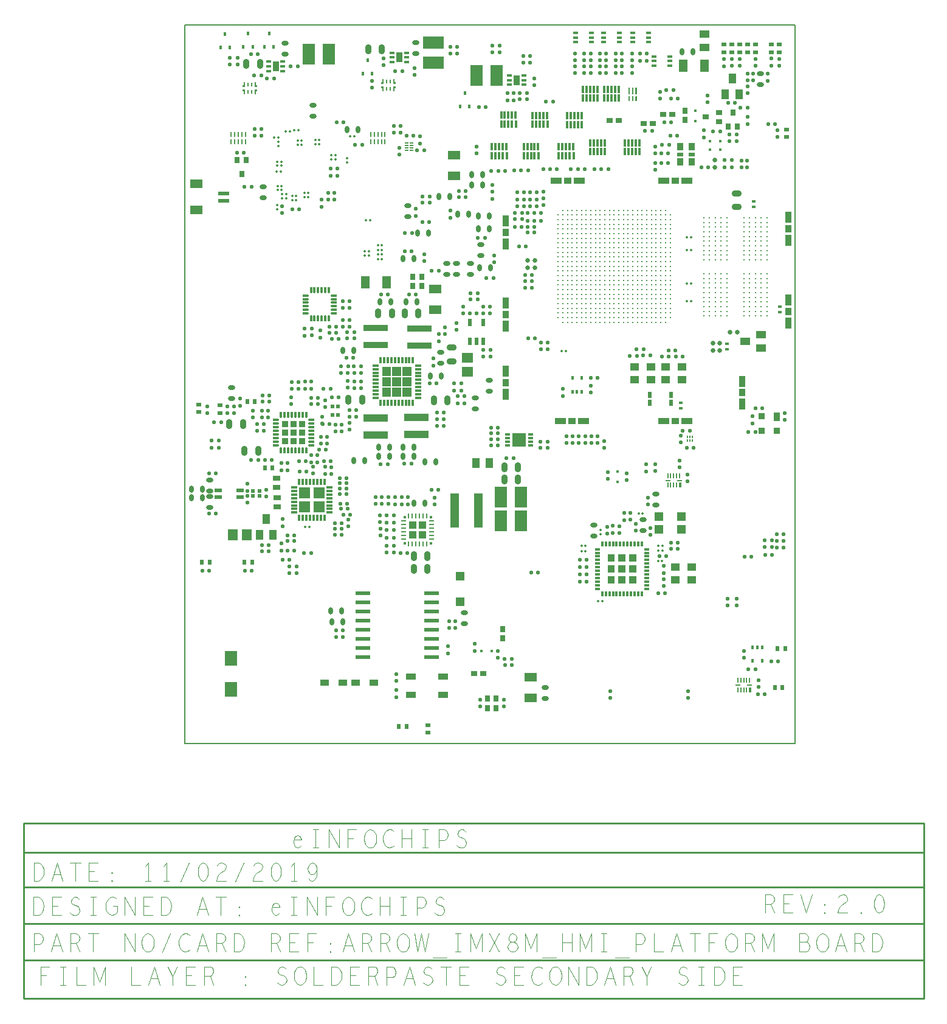
<source format=gbr>
G04 ================== begin FILE IDENTIFICATION RECORD ==================*
G04 Layout Name:  EI_ARROW_IMX8M_HMI_PLATFORM_17_00666_02.brd*
G04 Film Name:    spb.gbr*
G04 File Format:  Gerber RS274X*
G04 File Origin:  Cadence Allegro 17.2-P019*
G04 Origin Date:  Mon Feb 11 12:30:38 2019*
G04 *
G04 Layer:  DRAWING FORMAT/SPB*
G04 Layer:  DRAWING FORMAT/FILM_LABEL_OUTLINE*
G04 Layer:  BOARD GEOMETRY/PASTEMASK_BOTTOM*
G04 Layer:  PACKAGE GEOMETRY/PASTEMASK_BOTTOM*
G04 Layer:  DRAWING FORMAT/FILM_TITLE_BLOCK*
G04 Layer:  PIN/PASTEMASK_BOTTOM*
G04 Layer:  BOARD GEOMETRY/OUTLINE*
G04 *
G04 Offset:    (0.00 0.00)*
G04 Mirror:    No*
G04 Mode:      Positive*
G04 Rotation:  0*
G04 FullContactRelief:  No*
G04 UndefLineWidth:     7.00*
G04 ================== end FILE IDENTIFICATION RECORD ====================*
%FSLAX25Y25*MOIN*%
%IR0*IPPOS*OFA0.00000B0.00000*MIA0B0*SFA1.00000B1.00000*%
%ADD69R,.112X.07*%
%AMMACRO78*
4,1,21,-.017,-.006,
-.017,.006,
.011,.006,
.012042,.005909,
.013052,.005638,
.014,.005196,
.014857,.004596,
.015596,.003857,
.016196,.003,
.016638,.002052,
.016909,.001042,
.017,0.0,
.016909,-.001042,
.016638,-.002052,
.016196,-.003,
.015596,-.003857,
.014857,-.004596,
.014,-.005196,
.013052,-.005638,
.012042,-.005909,
.011,-.006,
-.017,-.006,
0.0*
%
%ADD78MACRO78*%
%AMMACRO77*
4,1,21,-.006,.017,
.006,.017,
.006,-.011,
.005909,-.012042,
.005638,-.013052,
.005196,-.014,
.004596,-.014857,
.003857,-.015596,
.003,-.016196,
.002052,-.016638,
.001042,-.016909,
0.0,-.017,
-.001042,-.016909,
-.002052,-.016638,
-.003,-.016196,
-.003857,-.015596,
-.004596,-.014857,
-.005196,-.014,
-.005638,-.013052,
-.005909,-.012042,
-.006,-.011,
-.006,.017,
0.0*
%
%ADD77MACRO77*%
%ADD22R,.07X.112*%
%ADD103C,.011*%
%AMMACRO44*
4,1,22,-.01673,-.00551,
.01083,-.00551,
.011793,-.005492,
.012737,-.005307,
.013636,-.004961,
.01446,-.004464,
.015186,-.003831,
.015791,-.003082,
.016256,-.002239,
.016568,-.001329,
.016718,-.000378,
.0167,.000585,
.016515,.00153,
.016168,.002428,
.015671,.003252,
.015039,.003978,
.01429,.004583,
.013447,.005049,
.012536,.005361,
.011585,.00551,
.01083,.00551,
-.01673,.00551,
-.01673,-.00551,
0.0*
%
%ADD44MACRO44*%
%AMMACRO43*
4,1,22,.00551,-.01673,
.00551,.01083,
.005492,.011793,
.005307,.012737,
.004961,.013636,
.004464,.01446,
.003831,.015186,
.003082,.015791,
.002239,.016256,
.001329,.016568,
.000378,.016718,
-.000585,.0167,
-.00153,.016515,
-.002428,.016168,
-.003252,.015671,
-.003978,.015039,
-.004583,.01429,
-.005049,.013447,
-.005361,.012536,
-.00551,.011585,
-.00551,.01083,
-.00551,-.01673,
.00551,-.01673,
0.0*
%
%ADD43MACRO43*%
%ADD74R,.021X.009*%
%ADD104C,.013*%
%ADD19R,.134X.038*%
%ADD70C,.025*%
%ADD90R,.027X.009*%
%ADD89R,.009X.027*%
%ADD75R,.019X.009*%
%ADD60R,.008X.028*%
%ADD20R,.047X.185*%
%ADD85R,.033X.033*%
%ADD30R,.015X.015*%
%AMMACRO65*
4,1,6,.00787,.00393,
0.0,.00393,
0.0,-.01181,
-.00788,-.01181,
-.00788,.01181,
.00787,.01181,
.00787,.00393,
0.0*
%
%ADD65MACRO65*%
%ADD38R,.073X.073*%
%ADD31R,.0443X.0443*%
%ADD105R,.00984X.0374*%
%ADD61R,.00787X.02362*%
%ADD18R,.13386X.03937*%
%ADD97R,.00787X.01575*%
%ADD106R,.00984X.02559*%
%AMMACRO62*
4,1,6,-.00787,.01181,
.00001,.01181,
.00001,-.00393,
.00788,-.00393,
.00788,-.01181,
-.00787,-.01181,
-.00787,.01181,
0.0*
%
%ADD62MACRO62*%
%ADD24O,.024X.02*%
%ADD83R,.03X.012*%
%ADD49R,.022X.02*%
%ADD23O,.02X.024*%
%ADD84R,.012X.03*%
%ADD26O,.04X.024*%
%ADD71O,.015X.014*%
%ADD46R,.02X.024*%
%ADD25O,.024X.04*%
%ADD21O,.014X.015*%
%ADD101R,.03X.015*%
%ADD68R,.016X.02*%
%ADD58R,.012X.042*%
%ADD91R,.02X.018*%
%ADD56R,.024X.04*%
%ADD47R,.04X.025*%
%ADD32R,.01X.028*%
%ADD96R,.014X.016*%
%ADD92R,.024X.032*%
%AMMACRO80*
4,1,21,.017,.006,
.017,-.006,
-.011,-.006,
-.012042,-.005909,
-.013052,-.005638,
-.014,-.005196,
-.014857,-.004596,
-.015596,-.003857,
-.016196,-.003,
-.016638,-.002052,
-.016909,-.001042,
-.017,0.0,
-.016909,.001042,
-.016638,.002052,
-.016196,.003,
-.015596,.003857,
-.014857,.004596,
-.014,.005196,
-.013052,.005638,
-.012042,.005909,
-.011,.006,
.017,.006,
0.0*
%
%ADD80MACRO80*%
%ADD33R,.028X.01*%
%ADD16R,.026X.022*%
%AMMACRO79*
4,1,21,.006,-.017,
-.006,-.017,
-.006,.011,
-.005909,.012042,
-.005638,.013052,
-.005196,.014,
-.004596,.014857,
-.003857,.015596,
-.003,.016196,
-.002052,.016638,
-.001042,.016909,
0.0,.017,
.001042,.016909,
.002052,.016638,
.003,.016196,
.003857,.015596,
.004596,.014857,
.005196,.014,
.005638,.013052,
.005909,.012042,
.006,.011,
.006,-.017,
0.0*
%
%ADD79MACRO79*%
%ADD52R,.016X.014*%
%ADD39R,.028X.012*%
%ADD36R,.032X.044*%
%ADD34R,.06X.052*%
%ADD15R,.022X.026*%
%ADD95R,.017X.024*%
%ADD93R,.044X.032*%
%ADD88R,.013X.027*%
%ADD81R,.055X.04*%
%ADD35R,.052X.06*%
%ADD10R,.04X.055*%
%AMMACRO45*
4,1,22,-.00551,.01673,
-.00551,-.01083,
-.005492,-.011793,
-.005307,-.012737,
-.004961,-.013636,
-.004464,-.01446,
-.003831,-.015186,
-.003082,-.015791,
-.002239,-.016256,
-.001329,-.016568,
-.000378,-.016718,
.000585,-.0167,
.00153,-.016515,
.002428,-.016168,
.003252,-.015671,
.003978,-.015039,
.004583,-.01429,
.005049,-.013447,
.005361,-.012536,
.00551,-.011585,
.00551,-.01083,
.00551,.01673,
-.00551,.01673,
0.0*
%
%ADD45MACRO45*%
%ADD28O,.056X.035*%
%ADD102R,.055X.043*%
%ADD87R,.048X.05*%
%ADD86R,.033X.047*%
%ADD72R,.028X.033*%
%AMMACRO42*
4,1,22,.01673,.00551,
-.01083,.00551,
-.011793,.005492,
-.012737,.005307,
-.013636,.004961,
-.01446,.004464,
-.015186,.003831,
-.015791,.003082,
-.016256,.002239,
-.016568,.001329,
-.016718,.000378,
-.0167,-.000585,
-.016515,-.00153,
-.016168,-.002428,
-.015671,-.003252,
-.015039,-.003978,
-.01429,-.004583,
-.013447,-.005049,
-.012536,-.005361,
-.011585,-.00551,
-.01083,-.00551,
.01673,-.00551,
.01673,.00551,
0.0*
%
%ADD42MACRO42*%
%ADD29O,.035X.056*%
%ADD14R,.07X.082*%
%ADD100R,.035X.028*%
%ADD54R,.028X.035*%
%ADD17R,.043X.055*%
%ADD11R,.03543X.012*%
%ADD59R,.0174X.042*%
%ADD57R,.028X.035*%
%ADD53R,.035X.028*%
%ADD37R,.032X.059*%
%ADD27R,.071X.047*%
%ADD12R,.012X.03543*%
%ADD98R,.03346X.04*%
%ADD94R,.059X.032*%
%ADD76R,.059X.024*%
%ADD73R,.047X.071*%
%ADD41R,.048X.035*%
%ADD40R,.057X.035*%
%ADD99R,.03346X.024*%
%ADD13R,.079X.024*%
%ADD48R,.04134X.02362*%
%ADD51R,.03365X.01181*%
%ADD50R,.01181X.03365*%
%AMMACRO63*
4,1,6,-.00787,-.00393,
0.0,-.00393,
0.0,.01181,
.00788,.01181,
.00788,-.01181,
-.00787,-.01181,
-.00787,-.00393,
0.0*
%
%ADD63MACRO63*%
%ADD82R,.05118X.04291*%
%ADD55R,.04724X.04528*%
%ADD67R,.03346X.05709*%
%ADD66R,.02953X.01378*%
%AMMACRO64*
4,1,6,.00787,-.01181,
-.00001,-.01181,
-.00001,.00393,
-.00788,.00393,
-.00788,.01181,
.00787,.01181,
.00787,-.01181,
0.0*
%
%ADD64MACRO64*%
%ADD107C,.01*%
%ADD108C,.004*%
%ADD109C,.007*%
G75*
%LPD*%
G75*
G36*
G01X112985Y201515D02*
X108129D01*
Y206371D01*
X112985D01*
Y201515D01*
G37*
G36*
G01X118628D02*
X113772D01*
Y206371D01*
X118628D01*
Y201515D01*
G37*
G36*
G01X124271D02*
X119415D01*
Y206371D01*
X124271D01*
Y201515D01*
G37*
G36*
G01X112985Y195872D02*
X108129D01*
Y200728D01*
X112985D01*
Y195872D01*
G37*
G36*
G01X118628D02*
X113772D01*
Y200728D01*
X118628D01*
Y195872D01*
G37*
G36*
G01X124271D02*
X119415D01*
Y200728D01*
X124271D01*
Y195872D01*
G37*
G36*
G01X112985Y190229D02*
X108129D01*
Y195085D01*
X112985D01*
Y190229D01*
G37*
G36*
G01X118628D02*
X113772D01*
Y195085D01*
X118628D01*
Y190229D01*
G37*
G36*
G01X124271D02*
X119415D01*
Y195085D01*
X124271D01*
Y190229D01*
G37*
G36*
G01X61175Y164101D02*
Y167250D01*
X58025D01*
Y164101D01*
X61175D01*
G37*
G36*
G01X56450D02*
Y167250D01*
X53301D01*
Y164101D01*
X56450D01*
G37*
G36*
G01X65899D02*
Y167250D01*
X62750D01*
Y164101D01*
X65899D01*
G37*
G36*
G01X61175Y168825D02*
Y171975D01*
X58025D01*
Y168825D01*
X61175D01*
G37*
G36*
G01X56450D02*
Y171975D01*
X53301D01*
Y168825D01*
X56450D01*
G37*
G36*
G01X65899D02*
Y171975D01*
X62750D01*
Y168825D01*
X65899D01*
G37*
G36*
G01X56450Y173550D02*
Y176699D01*
X53301D01*
Y173550D01*
X56450D01*
G37*
G36*
G01X65899D02*
Y176699D01*
X62750D01*
Y173550D01*
X65899D01*
G37*
G36*
G01X61175D02*
Y176699D01*
X58025D01*
Y173550D01*
X61175D01*
G37*
G36*
G01X62700Y126600D02*
Y132600D01*
X68700D01*
Y126600D01*
X62700D01*
G37*
G36*
G01X70600D02*
Y132600D01*
X76600D01*
Y126600D01*
X70600D01*
G37*
G36*
G01X62700Y134400D02*
Y140400D01*
X68700D01*
Y134400D01*
X62700D01*
G37*
G36*
G01X70600D02*
Y140400D01*
X76600D01*
Y134400D01*
X70600D01*
G37*
G36*
G01X247574Y87826D02*
X243637D01*
Y91763D01*
X247574D01*
Y87826D01*
G37*
G36*
G01Y93732D02*
X243637D01*
Y97668D01*
X247574D01*
Y93732D01*
G37*
G36*
G01Y99637D02*
X243637D01*
Y103574D01*
X247574D01*
Y99637D01*
G37*
G36*
G01X241668D02*
X237732D01*
Y103574D01*
X241668D01*
Y99637D01*
G37*
G36*
G01Y93732D02*
X237732D01*
Y97668D01*
X241668D01*
Y93732D01*
G37*
G36*
G01Y87826D02*
X237732D01*
Y91763D01*
X241668D01*
Y87826D01*
G37*
G36*
G01X235763D02*
X231826D01*
Y91763D01*
X235763D01*
Y87826D01*
G37*
G36*
G01Y93732D02*
X231826D01*
Y97668D01*
X235763D01*
Y93732D01*
G37*
G36*
G01Y99637D02*
X231826D01*
Y103574D01*
X235763D01*
Y99637D01*
G37*
G36*
G01X244104Y355818D02*
X243150D01*
Y359361D01*
X244104D01*
Y355818D01*
G37*
G36*
G01X246072D02*
X245126D01*
Y359361D01*
X246072D01*
Y355818D01*
G37*
G36*
G01X244104Y352025D02*
X243150D01*
Y354480D01*
X244104D01*
Y352025D01*
G37*
G36*
G01X246072Y352024D02*
X245126D01*
Y354480D01*
X246072D01*
Y352024D01*
G37*
G36*
G01X248041Y352025D02*
X247102D01*
Y354480D01*
X248041D01*
Y352025D01*
G37*
G36*
G01Y355818D02*
X247102D01*
Y359361D01*
X248041D01*
Y355818D01*
G37*
G54D100*
X285543Y343241D03*
X293023Y340682D03*
Y345800D03*
G54D101*
X245628Y384341D03*
Y386900D03*
Y389459D03*
X254172D03*
Y386900D03*
Y384341D03*
X214328Y384241D03*
Y386800D03*
Y389359D03*
X222872D03*
Y386800D03*
Y384241D03*
X257428Y371441D03*
Y374000D03*
Y376559D03*
X265972D03*
Y374000D03*
Y371441D03*
X229628Y384341D03*
Y386900D03*
Y389459D03*
X238172D03*
Y386900D03*
Y384341D03*
G54D102*
X284800Y381450D03*
Y388750D03*
G54D10*
X40900Y114291D03*
X48380D03*
X44640Y122951D03*
X296429Y355766D03*
X303909D03*
X300169Y364426D03*
G54D103*
X284547Y234330D03*
X287697D03*
X290846D03*
X293996D03*
X297146D03*
X306594D03*
X309744D03*
X312894D03*
X316043D03*
X319193D03*
X284547Y236889D03*
X287697D03*
X290846D03*
X293996D03*
X297146D03*
X306594D03*
X309744D03*
X312894D03*
X316043D03*
X319193D03*
X284547Y239448D03*
X287697D03*
X290846D03*
X293996D03*
X297146D03*
X306594D03*
X309744D03*
X312894D03*
X316043D03*
X319193D03*
X284547Y242007D03*
X287697D03*
X290846D03*
X293996D03*
X297146D03*
X306594D03*
X309744D03*
X312894D03*
X316043D03*
X319193D03*
X284547Y244566D03*
X287697D03*
X290846D03*
X293996D03*
X297146D03*
X306594D03*
X309744D03*
X312894D03*
X316043D03*
X319193D03*
X284547Y247125D03*
X287697D03*
X290846D03*
X293996D03*
X297146D03*
X306594D03*
X309744D03*
X312894D03*
X316043D03*
X319193D03*
X284547Y249684D03*
X287697D03*
X290846D03*
X293996D03*
X297146D03*
X306594D03*
X309744D03*
X312894D03*
X316043D03*
X319193D03*
X284547Y252243D03*
X287697D03*
X290846D03*
X293996D03*
X297146D03*
X306594D03*
X309744D03*
X312894D03*
X316043D03*
X319193D03*
X284547Y254802D03*
X287697D03*
X290846D03*
X293996D03*
X297146D03*
X306594D03*
X309744D03*
X312894D03*
X316043D03*
X319193D03*
X284547Y257361D03*
X287697D03*
X290846D03*
X293996D03*
X297146D03*
X306594D03*
X309744D03*
X312894D03*
X316043D03*
X319193D03*
X284547Y265039D03*
X287697D03*
X290846D03*
X293996D03*
X297146D03*
X306594D03*
X309744D03*
X312894D03*
X316043D03*
X319193D03*
X284547Y267598D03*
X287697D03*
X290846D03*
X293996D03*
X297146D03*
X306594D03*
X309744D03*
X312894D03*
X316043D03*
X319193D03*
X284547Y270157D03*
X287697D03*
X290846D03*
X293996D03*
X297146D03*
X306594D03*
X309744D03*
X312894D03*
X316043D03*
X319193D03*
X284547Y272716D03*
X287697D03*
X290846D03*
X293996D03*
X297146D03*
X306594D03*
X309744D03*
X312894D03*
X316043D03*
X319193D03*
X284547Y275275D03*
X287697D03*
X290846D03*
X293996D03*
X297146D03*
X306594D03*
X309744D03*
X312894D03*
X316043D03*
X319193D03*
X284547Y277834D03*
X287697D03*
X290846D03*
X293996D03*
X297146D03*
X306594D03*
X309744D03*
X312894D03*
X316043D03*
X319193D03*
X284547Y280393D03*
X287697D03*
X290846D03*
X293996D03*
X297146D03*
X306594D03*
X309744D03*
X312894D03*
X316043D03*
X319193D03*
X284547Y282952D03*
X287697D03*
X290846D03*
X293996D03*
X297146D03*
X306594D03*
X309744D03*
X312894D03*
X316043D03*
X319193D03*
X284547Y285511D03*
X287697D03*
X290846D03*
X293996D03*
X297146D03*
X306594D03*
X309744D03*
X312894D03*
X316043D03*
X319193D03*
X284547Y288070D03*
X287697D03*
X290846D03*
X293996D03*
X297146D03*
X306594D03*
X309744D03*
X312894D03*
X316043D03*
X319193D03*
G54D11*
X127921Y189442D03*
Y191410D03*
Y193379D03*
Y195347D03*
Y197316D03*
Y199284D03*
Y201253D03*
Y203221D03*
Y205190D03*
Y207158D03*
X104479D03*
Y205190D03*
Y203221D03*
Y201253D03*
Y199284D03*
Y197316D03*
Y195347D03*
Y193379D03*
Y191410D03*
Y189442D03*
G54D20*
X147784Y127800D03*
X160816D03*
G54D104*
X266109Y233350D03*
Y235909D03*
Y238469D03*
Y241028D03*
Y243587D03*
Y246146D03*
Y248705D03*
Y251264D03*
Y253823D03*
Y256382D03*
Y258941D03*
Y261500D03*
Y264059D03*
Y266618D03*
Y269177D03*
Y271736D03*
Y274295D03*
Y276854D03*
Y279413D03*
Y281972D03*
Y284531D03*
Y287091D03*
Y289650D03*
X263550Y230791D03*
Y233350D03*
Y235909D03*
Y238469D03*
Y241028D03*
Y243587D03*
Y246146D03*
Y248705D03*
Y251264D03*
Y253823D03*
Y256382D03*
Y258941D03*
Y261500D03*
Y264059D03*
Y266618D03*
Y269177D03*
Y271736D03*
Y274295D03*
Y276854D03*
Y279413D03*
Y281972D03*
Y284531D03*
Y287091D03*
Y289650D03*
Y292209D03*
X260991Y230791D03*
Y233350D03*
Y235909D03*
Y238469D03*
Y241028D03*
Y243587D03*
Y246146D03*
Y248705D03*
Y251264D03*
Y253823D03*
Y256382D03*
Y258941D03*
Y261500D03*
Y264059D03*
Y266618D03*
Y269177D03*
Y271736D03*
Y274295D03*
Y276854D03*
Y279413D03*
Y281972D03*
Y284531D03*
Y287091D03*
Y289650D03*
Y292209D03*
X258431Y230791D03*
Y233350D03*
Y235909D03*
Y238469D03*
Y241028D03*
Y243587D03*
Y246146D03*
Y248705D03*
Y251264D03*
Y253823D03*
Y256382D03*
Y258941D03*
Y261500D03*
Y264059D03*
Y266618D03*
Y269177D03*
Y271736D03*
Y274295D03*
Y276854D03*
Y279413D03*
Y281972D03*
Y284531D03*
Y287091D03*
Y289650D03*
Y292209D03*
X255872Y230791D03*
Y233350D03*
Y235909D03*
Y238469D03*
Y241028D03*
Y243587D03*
Y246146D03*
Y248705D03*
Y251264D03*
Y253823D03*
Y256382D03*
Y258941D03*
Y261500D03*
Y264059D03*
Y266618D03*
Y269177D03*
Y271736D03*
Y274295D03*
Y276854D03*
Y279413D03*
Y281972D03*
Y284531D03*
Y287091D03*
Y289650D03*
Y292209D03*
X253313Y230791D03*
Y233350D03*
Y235909D03*
Y238469D03*
Y241028D03*
Y243587D03*
Y246146D03*
Y248705D03*
Y251264D03*
Y253823D03*
Y256382D03*
Y258941D03*
Y261500D03*
Y264059D03*
Y266618D03*
Y269177D03*
Y271736D03*
Y274295D03*
Y276854D03*
Y279413D03*
Y281972D03*
Y284531D03*
Y287091D03*
Y289650D03*
Y292209D03*
X250754Y230791D03*
Y233350D03*
Y235909D03*
Y238469D03*
Y241028D03*
Y243587D03*
Y246146D03*
Y248705D03*
Y251264D03*
Y253823D03*
Y256382D03*
Y258941D03*
Y261500D03*
Y264059D03*
Y266618D03*
Y269177D03*
Y271736D03*
Y274295D03*
Y276854D03*
Y279413D03*
Y281972D03*
Y284531D03*
Y287091D03*
Y289650D03*
Y292209D03*
X248195Y230791D03*
Y233350D03*
Y235909D03*
Y238469D03*
Y241028D03*
Y243587D03*
Y246146D03*
Y248705D03*
Y251264D03*
Y253823D03*
Y256382D03*
Y258941D03*
Y261500D03*
Y264059D03*
Y266618D03*
Y269177D03*
Y271736D03*
Y274295D03*
Y276854D03*
Y279413D03*
Y281972D03*
Y284531D03*
Y287091D03*
Y289650D03*
Y292209D03*
X245636Y230791D03*
Y233350D03*
Y235909D03*
Y238469D03*
Y241028D03*
Y243587D03*
Y246146D03*
Y248705D03*
Y251264D03*
Y253823D03*
Y256382D03*
Y258941D03*
Y261500D03*
Y264059D03*
Y266618D03*
Y269177D03*
Y271736D03*
Y274295D03*
Y276854D03*
Y279413D03*
Y281972D03*
Y284531D03*
Y287091D03*
Y289650D03*
Y292209D03*
X243077Y230791D03*
Y233350D03*
Y235909D03*
Y238469D03*
Y241028D03*
Y243587D03*
Y246146D03*
Y248705D03*
Y251264D03*
Y253823D03*
Y256382D03*
Y258941D03*
Y261500D03*
Y264059D03*
Y266618D03*
Y269177D03*
Y271736D03*
Y274295D03*
Y276854D03*
Y279413D03*
Y281972D03*
Y284531D03*
Y287091D03*
Y289650D03*
Y292209D03*
X240518Y230791D03*
Y233350D03*
Y235909D03*
Y238469D03*
Y241028D03*
Y243587D03*
Y246146D03*
Y248705D03*
Y251264D03*
Y253823D03*
Y256382D03*
Y258941D03*
Y261500D03*
Y264059D03*
Y266618D03*
Y269177D03*
Y271736D03*
Y274295D03*
Y276854D03*
Y279413D03*
Y281972D03*
Y284531D03*
Y287091D03*
Y289650D03*
Y292209D03*
X237959Y230791D03*
Y233350D03*
Y235909D03*
Y238469D03*
Y241028D03*
Y243587D03*
Y246146D03*
Y248705D03*
Y251264D03*
Y253823D03*
Y256382D03*
Y258941D03*
Y261500D03*
Y264059D03*
Y266618D03*
Y269177D03*
Y271736D03*
Y274295D03*
Y276854D03*
Y279413D03*
Y281972D03*
Y284531D03*
Y287091D03*
Y289650D03*
Y292209D03*
X235400Y230791D03*
Y233350D03*
Y235909D03*
Y238469D03*
Y241028D03*
Y243587D03*
Y246146D03*
Y248705D03*
Y251264D03*
Y253823D03*
Y256382D03*
Y258941D03*
Y261500D03*
Y264059D03*
Y266618D03*
Y269177D03*
Y271736D03*
Y274295D03*
Y276854D03*
Y279413D03*
Y281972D03*
Y284531D03*
Y287091D03*
Y289650D03*
Y292209D03*
X232841Y230791D03*
Y233350D03*
Y235909D03*
Y238469D03*
Y241028D03*
Y243587D03*
Y246146D03*
Y248705D03*
Y251264D03*
Y253823D03*
Y256382D03*
Y258941D03*
Y261500D03*
Y264059D03*
Y266618D03*
Y269177D03*
Y271736D03*
Y274295D03*
Y276854D03*
Y279413D03*
Y281972D03*
Y284531D03*
Y287091D03*
Y289650D03*
Y292209D03*
X230282Y230791D03*
Y233350D03*
Y235909D03*
Y238469D03*
Y241028D03*
Y243587D03*
Y246146D03*
Y248705D03*
Y251264D03*
Y253823D03*
Y256382D03*
Y258941D03*
Y261500D03*
Y264059D03*
Y266618D03*
Y269177D03*
Y271736D03*
Y274295D03*
Y276854D03*
Y279413D03*
Y281972D03*
Y284531D03*
Y287091D03*
Y289650D03*
Y292209D03*
X227723Y230791D03*
Y233350D03*
Y235909D03*
Y238469D03*
Y241028D03*
Y243587D03*
Y246146D03*
Y248705D03*
Y251264D03*
Y253823D03*
Y256382D03*
Y258941D03*
Y261500D03*
Y264059D03*
Y266618D03*
Y269177D03*
Y271736D03*
Y274295D03*
Y276854D03*
Y279413D03*
Y281972D03*
Y284531D03*
Y287091D03*
Y289650D03*
Y292209D03*
X225164Y230791D03*
Y233350D03*
Y235909D03*
Y238469D03*
Y241028D03*
Y243587D03*
Y246146D03*
Y248705D03*
Y251264D03*
Y253823D03*
Y256382D03*
Y258941D03*
Y261500D03*
Y264059D03*
Y266618D03*
Y269177D03*
Y271736D03*
Y274295D03*
Y276854D03*
Y279413D03*
Y281972D03*
Y284531D03*
Y287091D03*
Y289650D03*
Y292209D03*
X222605Y230791D03*
Y233350D03*
Y235909D03*
Y238469D03*
Y241028D03*
Y243587D03*
Y246146D03*
Y248705D03*
Y251264D03*
Y253823D03*
Y256382D03*
Y258941D03*
Y261500D03*
Y264059D03*
Y266618D03*
Y269177D03*
Y271736D03*
Y274295D03*
Y276854D03*
Y279413D03*
Y281972D03*
Y284531D03*
Y287091D03*
Y289650D03*
Y292209D03*
X220046Y230791D03*
Y233350D03*
Y235909D03*
Y238469D03*
Y241028D03*
Y243587D03*
Y246146D03*
Y248705D03*
Y251264D03*
Y253823D03*
Y256382D03*
Y258941D03*
Y261500D03*
Y264059D03*
Y266618D03*
Y269177D03*
Y271736D03*
Y274295D03*
Y276854D03*
Y279413D03*
Y281972D03*
Y284531D03*
Y287091D03*
Y289650D03*
Y292209D03*
X217487Y230791D03*
Y233350D03*
Y235909D03*
Y238469D03*
Y241028D03*
Y243587D03*
Y246146D03*
Y248705D03*
Y251264D03*
Y253823D03*
Y256382D03*
Y258941D03*
Y261500D03*
Y264059D03*
Y266618D03*
Y269177D03*
Y271736D03*
Y274295D03*
Y276854D03*
Y279413D03*
Y281972D03*
Y284531D03*
Y287091D03*
Y289650D03*
Y292209D03*
X214928Y230791D03*
Y233350D03*
Y235909D03*
Y238469D03*
Y241028D03*
Y243587D03*
Y246146D03*
Y248705D03*
Y251264D03*
Y253823D03*
Y256382D03*
Y258941D03*
Y261500D03*
Y264059D03*
Y266618D03*
Y269177D03*
Y271736D03*
Y274295D03*
Y276854D03*
Y279413D03*
Y281972D03*
Y284531D03*
Y287091D03*
Y289650D03*
Y292209D03*
X212369Y230791D03*
Y233350D03*
Y235909D03*
Y238469D03*
Y241028D03*
Y243587D03*
Y246146D03*
Y248705D03*
Y251264D03*
Y253823D03*
Y256382D03*
Y258941D03*
Y261500D03*
Y264059D03*
Y266618D03*
Y269177D03*
Y271736D03*
Y274295D03*
Y276854D03*
Y279413D03*
Y281972D03*
Y284531D03*
Y287091D03*
Y289650D03*
Y292209D03*
X209809Y230791D03*
Y233350D03*
Y235909D03*
Y238469D03*
Y241028D03*
Y243587D03*
Y246146D03*
Y248705D03*
Y251264D03*
Y253823D03*
Y256382D03*
Y258941D03*
Y261500D03*
Y264059D03*
Y266618D03*
Y269177D03*
Y271736D03*
Y274295D03*
Y276854D03*
Y279413D03*
Y281972D03*
Y284531D03*
Y287091D03*
Y289650D03*
Y292209D03*
X207250Y230791D03*
Y233350D03*
Y235909D03*
Y238469D03*
Y241028D03*
Y243587D03*
Y246146D03*
Y248705D03*
Y251264D03*
Y253823D03*
Y256382D03*
Y258941D03*
Y261500D03*
Y264059D03*
Y266618D03*
Y269177D03*
Y271736D03*
Y274295D03*
Y276854D03*
Y279413D03*
Y281972D03*
Y284531D03*
Y287091D03*
Y289650D03*
Y292209D03*
X204691Y233350D03*
Y235909D03*
Y238469D03*
Y241028D03*
Y243587D03*
Y246146D03*
Y248705D03*
Y251264D03*
Y253823D03*
Y256382D03*
Y258941D03*
Y261500D03*
Y264059D03*
Y266618D03*
Y269177D03*
Y271736D03*
Y274295D03*
Y276854D03*
Y279413D03*
Y281972D03*
Y284531D03*
Y287091D03*
Y289650D03*
G54D12*
X125058Y210021D03*
X123090D03*
X121121D03*
X119153D03*
X117184D03*
X115216D03*
X113247D03*
X111279D03*
X109310D03*
X107342D03*
Y186579D03*
X109310D03*
X111279D03*
X113247D03*
X115216D03*
X117184D03*
X119153D03*
X121121D03*
X123090D03*
X125058D03*
G54D21*
X68202Y118600D03*
X65998D03*
X98698Y269900D03*
X100902D03*
X101502Y286600D03*
X99298D03*
X100915Y267357D03*
X98711D03*
X50598Y318900D03*
X52802D03*
X60098Y336100D03*
X62302D03*
X64002Y328000D03*
X61798D03*
X73702Y328400D03*
X71498D03*
X51302Y332100D03*
X49098D03*
X57502Y335400D03*
X55298D03*
X64002Y330300D03*
X61798D03*
X73702Y330646D03*
X71498D03*
X90698Y332700D03*
X92902D03*
X58798Y297700D03*
X61002D03*
X50298Y313500D03*
X52502D03*
X58798Y300100D03*
X61002D03*
X50898Y305500D03*
X53102D03*
X50898Y303300D03*
X53102D03*
X50598Y316600D03*
X52802D03*
X65498Y301600D03*
X67702D03*
X65498Y299300D03*
X67702D03*
X108102Y265514D03*
X105898D03*
X108102Y268040D03*
X105898D03*
X108102Y270566D03*
X105898D03*
X108102Y273092D03*
X105898D03*
X208802Y215000D03*
X206598D03*
X217498Y108500D03*
X219702D03*
X251102Y126000D03*
X248898D03*
X259533Y100169D03*
X261737D03*
X228802Y78100D03*
X226598D03*
X259698Y105600D03*
X261902D03*
X259733Y108269D03*
X261937D03*
X219667Y105431D03*
X217463D03*
X277502Y242500D03*
X275298D03*
X277502Y252000D03*
X275298D03*
X277502Y270500D03*
X275298D03*
X277502Y277500D03*
X275298D03*
G54D105*
X247568Y357570D03*
X245600D03*
X243632D03*
G54D30*
X134793Y124143D03*
Y109857D03*
X120507D03*
Y124143D03*
G54D13*
X135164Y47300D03*
Y52300D03*
Y57300D03*
Y62300D03*
Y67300D03*
Y72300D03*
Y77300D03*
Y82300D03*
X97736D03*
Y77300D03*
Y72300D03*
Y67300D03*
Y62300D03*
Y57300D03*
Y52300D03*
Y47300D03*
G54D40*
X141560Y26879D03*
X124040D03*
Y36721D03*
X141560D03*
G54D106*
X243632Y353239D03*
X245600D03*
X247568D03*
G54D31*
X130258Y119608D03*
Y114392D03*
X125042D03*
Y119608D03*
G54D22*
X173400Y122000D03*
X184400D03*
X173400Y134950D03*
X184400D03*
X68100Y377800D03*
X79100D03*
X171000Y366195D03*
X160000D03*
G54D107*
G01X-88521Y-43540D02*
Y-139740D01*
G01D02*
X386979D01*
G01X-88521Y-118740D02*
X405279D01*
G01X-88521Y-98740D02*
X405279D01*
G01X-88521Y-78740D02*
X405279D01*
G01X-88521Y-59540D02*
X405279D01*
G01X-88521Y-43540D02*
X386979D01*
G01X386179Y-139740D02*
X405279D01*
Y-43540D01*
X385879D01*
G54D50*
X76490Y143254D03*
X74521D03*
X72553D03*
X70584D03*
X68616D03*
X66647D03*
X64679D03*
X62710D03*
Y123746D03*
X64679D03*
X66647D03*
X68616D03*
X70584D03*
X72553D03*
X74521D03*
X76490D03*
G54D41*
X103600Y33500D03*
X93600D03*
X76600D03*
X86600D03*
G54D14*
X25400Y29600D03*
Y46800D03*
G54D32*
X122720Y124600D03*
X124690D03*
X126660D03*
X128640D03*
X130610D03*
X132580D03*
Y109400D03*
X130610D03*
X128640D03*
X126660D03*
X124690D03*
X122720D03*
G54D23*
X175616Y43000D03*
X179384D03*
X175416Y46500D03*
X179184D03*
X40184Y155300D03*
X36416D03*
X114484Y104700D03*
X110716D03*
X114484Y125200D03*
X110716D03*
X92766Y206833D03*
X96534D03*
X134266Y197453D03*
X138034D03*
X85666Y203013D03*
X89434D03*
X46284Y187500D03*
X42516D03*
X36684Y94600D03*
X32916D03*
X13284Y94700D03*
X9516D03*
X84284Y189600D03*
X80516D03*
X76116Y154900D03*
X79884D03*
X59984Y105800D03*
X56216D03*
X138214Y174059D03*
X141982D03*
X171549Y169951D03*
X167781D03*
X195051Y165449D03*
X198819D03*
X167803Y173163D03*
X171571D03*
X149466Y190467D03*
X153234D03*
X153208Y186333D03*
X149440D03*
X92866Y194573D03*
X96634D03*
X92866Y198413D03*
X96634D03*
X96560Y203027D03*
X92792D03*
X56216Y114100D03*
X59984D03*
X65351Y104309D03*
X69119D03*
X114484Y108400D03*
X110716D03*
X90214Y182719D03*
X93982D03*
X142012Y181301D03*
X138244D03*
X86579Y58337D03*
X82811D03*
X42516Y190800D03*
X46284D03*
X14716Y162200D03*
X18484D03*
X14716Y166000D03*
X18484D03*
X16016Y176000D03*
X19784D03*
X75516Y175200D03*
X79284D03*
X114484Y112701D03*
X110716D03*
X57384Y100800D03*
X53616D03*
X171584Y163483D03*
X167816D03*
X171584Y166683D03*
X167816D03*
X118116Y104329D03*
X121884D03*
X62816Y149100D03*
X66584D03*
X42216Y108600D03*
X45984D03*
X86816Y125400D03*
X90584D03*
X84816Y136600D03*
X88584D03*
X85316Y131500D03*
X89084D03*
X85516Y128600D03*
X89284D03*
X85684Y206813D03*
X89452D03*
X66284Y154900D03*
X62516D03*
X114484Y121200D03*
X110716D03*
Y117200D03*
X114484D03*
X47584Y155300D03*
X43816D03*
X86584Y62100D03*
X82816D03*
X72984Y186100D03*
X69216D03*
X73516Y161200D03*
X77284D03*
X195021Y162203D03*
X198789D03*
X124112Y153361D03*
X120344D03*
X107414Y153059D03*
X111182D03*
X92412Y211261D03*
X88644D03*
X94062Y179219D03*
X90294D03*
X138164Y177601D03*
X141932D03*
X59984Y111000D03*
X56216D03*
X163687Y211949D03*
X167455D03*
X139084Y139200D03*
X135316D03*
X163687Y215849D03*
X167455D03*
X72984Y189500D03*
X69216D03*
X176416Y156299D03*
X180184D03*
X189821Y93763D03*
X193589D03*
X79848Y194334D03*
X76080D03*
X16984Y126141D03*
X13216D03*
Y148159D03*
X16984D03*
X85984Y114500D03*
X82216D03*
X46084Y105400D03*
X42316D03*
X82216Y120800D03*
X85984D03*
X84816Y139600D03*
X88584D03*
X84816Y142600D03*
X88584D03*
X82216Y117700D03*
X85984D03*
X84916Y145500D03*
X88684D03*
X187484Y356300D03*
X183716D03*
X125413Y333175D03*
X121645D03*
X191900Y222017D03*
X188132D03*
X187816Y280100D03*
X191584D03*
X195384Y286500D03*
X191616D03*
X195384Y290700D03*
X191616D03*
X92812Y225461D03*
X89044D03*
X198021Y351770D03*
X200284Y314800D03*
X196516D03*
X184384Y314200D03*
X180616D03*
X171784Y313700D03*
X168016D03*
X184784Y290700D03*
X181016D03*
X184784Y287300D03*
X181016D03*
X184684Y283100D03*
X180916D03*
X171816Y313700D03*
X175584D03*
X184416Y314200D03*
X188184D03*
X200316Y314800D03*
X38016Y366200D03*
X41784D03*
X36316Y377900D03*
X40084D03*
X164984Y348900D03*
X161216D03*
X191584Y290700D03*
X187816D03*
X191584Y286500D03*
X187816D03*
X191584Y283200D03*
X187816D03*
X86521Y242333D03*
X90289D03*
X86521Y238873D03*
X90289D03*
X172492Y378600D03*
X168724D03*
Y382400D03*
X172492D03*
X159979Y235677D03*
X156211D03*
X58016Y371100D03*
X61784D03*
X183716Y353000D03*
X187484D03*
X165416Y255200D03*
X169184D03*
X150116Y302900D03*
X153884D03*
X156716Y243400D03*
X160484D03*
X135432Y258983D03*
X139200D03*
X134184Y299600D03*
X130416D03*
X183216Y272551D03*
X186984D03*
X190384Y249900D03*
X186616D03*
X190384Y253345D03*
X186616D03*
X32384Y323600D03*
X28616D03*
X119184Y368465D03*
X115416D03*
X45016Y364400D03*
X48784D03*
X86511Y228448D03*
X90279D03*
X189317Y373100D03*
X185549D03*
X107614Y246019D03*
X111382D03*
X126542Y246047D03*
X122774D03*
X38216Y333100D03*
X41984D03*
X38216Y336800D03*
X41984D03*
X114516Y334800D03*
X118284D03*
X114516Y338300D03*
X118284D03*
X127369Y324949D03*
X131137D03*
X79221Y228455D03*
X82989D03*
X92862Y222019D03*
X89094D03*
X86511Y231968D03*
X90279D03*
X79211Y225185D03*
X82979D03*
X93416Y328000D03*
X97184D03*
X160700Y277117D03*
X164468D03*
X130416Y296300D03*
X134184D03*
X133968Y285617D03*
X130200D03*
X120700Y279617D03*
X124468D03*
X120616Y269800D03*
X124384D03*
X150116Y299300D03*
X153884D03*
X156716Y246700D03*
X160484D03*
X190384Y256845D03*
X186616D03*
X189284Y376600D03*
X185516D03*
X62566Y292900D03*
X58798D03*
X36484Y305200D03*
X32716D03*
X87084Y340300D03*
X83316D03*
X80516Y221900D03*
X84284D03*
X259616Y82400D03*
X263384D03*
X216516Y88800D03*
X220284D03*
X216516Y100800D03*
X220284D03*
X270284Y106600D03*
X266516D03*
X220284Y92800D03*
X216516D03*
X220284Y96800D03*
X216516D03*
X266516Y110200D03*
X270284D03*
X251484Y216000D03*
X247716D03*
X269084Y215300D03*
X265316D03*
X310584Y102337D03*
X306816D03*
X273016Y171400D03*
X276784D03*
X325384Y45200D03*
X321616D03*
X324616Y114699D03*
X328384D03*
X321849Y107591D03*
X318081D03*
X312849Y170591D03*
X309081D03*
X316749Y183891D03*
X312981D03*
X314221Y26923D03*
X317989D03*
X222551Y200269D03*
X226319D03*
X275216Y162200D03*
X278984D03*
X321849Y111431D03*
X318081D03*
X247784Y212500D03*
X244016D03*
X251416Y212600D03*
X255184D03*
X265284Y212200D03*
X261516D03*
X269116D03*
X272884D03*
X260116Y102900D03*
X263884D03*
X312784Y40700D03*
X309016D03*
X321884Y103300D03*
X318116D03*
X261216Y323400D03*
X264984D03*
X261216Y318200D03*
X264984D03*
X266588Y340451D03*
X262820D03*
X252412Y335649D03*
X256180D03*
X201789Y351770D03*
X228416Y314800D03*
X232184D03*
X215484D03*
X211716D03*
X304703Y348483D03*
X308471D03*
X215516Y314800D03*
X219284D03*
X228384D03*
X224616D03*
X204084D03*
X293497Y335317D03*
X289729D03*
X266316Y333000D03*
X270084D03*
X287084Y315600D03*
X283316D03*
X302479Y330157D03*
X298711D03*
X267784Y358200D03*
X264016D03*
X323584Y339500D03*
X319816D03*
X297921Y351083D03*
X301689D03*
X265484Y328000D03*
X261716D03*
X302519Y333749D03*
X298751D03*
X266499Y353316D03*
X270267D03*
G54D108*
G01X-79192Y-132250D02*
Y-122250D01*
X-74442D01*
G01X-76192Y-127083D02*
X-79192D01*
G01X-68317Y-122250D02*
X-65317D01*
G01X-66817D02*
Y-132250D01*
G01X-68317D02*
X-65317D01*
G01X-59317Y-122250D02*
Y-132250D01*
X-54317D01*
G01X-50067D02*
Y-122250D01*
X-46817Y-130583D01*
X-43567Y-122250D01*
Y-132250D01*
G01X-29317Y-122250D02*
Y-132250D01*
X-24317D01*
G01X-19942D02*
X-16817Y-122250D01*
X-13692Y-132250D01*
G01X-14817Y-128750D02*
X-18817D01*
G01X-6817Y-132250D02*
Y-127750D01*
X-9317Y-122250D01*
G01X-4317D02*
X-6817Y-127750D01*
G01X5683Y-132250D02*
X683D01*
Y-122250D01*
X5683D01*
G01X3683Y-127083D02*
X683D01*
G01X10683Y-132250D02*
Y-122250D01*
X13808D01*
X14808Y-122750D01*
X15433Y-123417D01*
X15683Y-124750D01*
X15433Y-126083D01*
X14683Y-126917D01*
X13808Y-127417D01*
X10683D01*
G01X13808D02*
X15683Y-132250D01*
G01X33183Y-132583D02*
X32933Y-132417D01*
Y-132083D01*
X33183Y-131917D01*
X33433Y-132083D01*
Y-132417D01*
X33183Y-132583D01*
G01Y-128084D02*
X32933Y-127917D01*
Y-127583D01*
X33183Y-127417D01*
X33433Y-127583D01*
Y-127917D01*
X33183Y-128084D01*
G01X50558Y-130917D02*
X51558Y-131750D01*
X52683Y-132250D01*
X53683D01*
X54683Y-131750D01*
X55433Y-130917D01*
X55808Y-129750D01*
X55558Y-128584D01*
X54933Y-127583D01*
X53808Y-126917D01*
X52308Y-126583D01*
X51433Y-125917D01*
X51058Y-124750D01*
X51308Y-123583D01*
X51933Y-122750D01*
X52808Y-122250D01*
X53683D01*
X54558Y-122583D01*
X55308Y-123417D01*
G01X63183Y-132250D02*
X62183Y-132083D01*
X61308Y-131417D01*
X60558Y-130417D01*
X60058Y-129250D01*
X59808Y-127917D01*
Y-126583D01*
X60058Y-125250D01*
X60558Y-124083D01*
X61308Y-123083D01*
X62183Y-122417D01*
X63183Y-122250D01*
X64183Y-122417D01*
X65058Y-123083D01*
X65808Y-124083D01*
X66308Y-125250D01*
X66558Y-126583D01*
Y-127917D01*
X66308Y-129250D01*
X65808Y-130417D01*
X65058Y-131417D01*
X64183Y-132083D01*
X63183Y-132250D01*
G01X70683Y-122250D02*
Y-132250D01*
X75683D01*
G01X80433D02*
Y-122250D01*
X82933D01*
X83933Y-122750D01*
X84683Y-123417D01*
X85308Y-124417D01*
X85808Y-125584D01*
X85933Y-127250D01*
X85808Y-128917D01*
X85308Y-130083D01*
X84683Y-131084D01*
X83933Y-131750D01*
X82933Y-132250D01*
X80433D01*
G01X95683D02*
X90683D01*
Y-122250D01*
X95683D01*
G01X93683Y-127083D02*
X90683D01*
G01X100683Y-132250D02*
Y-122250D01*
X103808D01*
X104808Y-122750D01*
X105433Y-123417D01*
X105683Y-124750D01*
X105433Y-126083D01*
X104683Y-126917D01*
X103808Y-127417D01*
X100683D01*
G01X103808D02*
X105683Y-132250D01*
G01X110683D02*
Y-122250D01*
X113683D01*
X114683Y-122750D01*
X115433Y-123917D01*
X115683Y-125250D01*
X115433Y-126583D01*
X114808Y-127583D01*
X113683Y-128084D01*
X110683D01*
G01X120058Y-132250D02*
X123183Y-122250D01*
X126308Y-132250D01*
G01X125183Y-128750D02*
X121183D01*
G01X130558Y-130917D02*
X131558Y-131750D01*
X132683Y-132250D01*
X133683D01*
X134683Y-131750D01*
X135433Y-130917D01*
X135808Y-129750D01*
X135558Y-128584D01*
X134933Y-127583D01*
X133808Y-126917D01*
X132308Y-126583D01*
X131433Y-125917D01*
X131058Y-124750D01*
X131308Y-123583D01*
X131933Y-122750D01*
X132808Y-122250D01*
X133683D01*
X134558Y-122583D01*
X135308Y-123417D01*
G01X143183Y-122250D02*
Y-132250D01*
G01X140308Y-122250D02*
X146058D01*
G01X155683Y-132250D02*
X150683D01*
Y-122250D01*
X155683D01*
G01X153683Y-127083D02*
X150683D01*
G01X170558Y-130917D02*
X171558Y-131750D01*
X172683Y-132250D01*
X173683D01*
X174683Y-131750D01*
X175433Y-130917D01*
X175808Y-129750D01*
X175558Y-128584D01*
X174933Y-127583D01*
X173808Y-126917D01*
X172308Y-126583D01*
X171433Y-125917D01*
X171058Y-124750D01*
X171308Y-123583D01*
X171933Y-122750D01*
X172808Y-122250D01*
X173683D01*
X174558Y-122583D01*
X175308Y-123417D01*
G01X185683Y-132250D02*
X180683D01*
Y-122250D01*
X185683D01*
G01X183683Y-127083D02*
X180683D01*
G01X195933Y-123083D02*
X195183Y-122583D01*
X194308Y-122250D01*
X193308D01*
X192183Y-122750D01*
X191308Y-123583D01*
X190683Y-124583D01*
X190183Y-126250D01*
X190058Y-127750D01*
X190308Y-129250D01*
X190683Y-130250D01*
X191433Y-131250D01*
X192308Y-131917D01*
X193183Y-132250D01*
X194058D01*
X194933Y-131917D01*
X195683Y-131417D01*
X196308Y-130750D01*
G01X203183Y-132250D02*
X202183Y-132083D01*
X201308Y-131417D01*
X200558Y-130417D01*
X200058Y-129250D01*
X199808Y-127917D01*
Y-126583D01*
X200058Y-125250D01*
X200558Y-124083D01*
X201308Y-123083D01*
X202183Y-122417D01*
X203183Y-122250D01*
X204183Y-122417D01*
X205058Y-123083D01*
X205808Y-124083D01*
X206308Y-125250D01*
X206558Y-126583D01*
Y-127917D01*
X206308Y-129250D01*
X205808Y-130417D01*
X205058Y-131417D01*
X204183Y-132083D01*
X203183Y-132250D01*
G01X210308D02*
Y-122250D01*
X216058Y-132250D01*
Y-122250D01*
G01X220433Y-132250D02*
Y-122250D01*
X222933D01*
X223933Y-122750D01*
X224683Y-123417D01*
X225308Y-124417D01*
X225808Y-125584D01*
X225933Y-127250D01*
X225808Y-128917D01*
X225308Y-130083D01*
X224683Y-131084D01*
X223933Y-131750D01*
X222933Y-132250D01*
X220433D01*
G01X230058D02*
X233183Y-122250D01*
X236308Y-132250D01*
G01X235183Y-128750D02*
X231183D01*
G01X240683Y-132250D02*
Y-122250D01*
X243808D01*
X244808Y-122750D01*
X245433Y-123417D01*
X245683Y-124750D01*
X245433Y-126083D01*
X244683Y-126917D01*
X243808Y-127417D01*
X240683D01*
G01X243808D02*
X245683Y-132250D01*
G01X253183D02*
Y-127750D01*
X250683Y-122250D01*
G01X255683D02*
X253183Y-127750D01*
G01X270558Y-130917D02*
X271558Y-131750D01*
X272683Y-132250D01*
X273683D01*
X274683Y-131750D01*
X275433Y-130917D01*
X275808Y-129750D01*
X275558Y-128584D01*
X274933Y-127583D01*
X273808Y-126917D01*
X272308Y-126583D01*
X271433Y-125917D01*
X271058Y-124750D01*
X271308Y-123583D01*
X271933Y-122750D01*
X272808Y-122250D01*
X273683D01*
X274558Y-122583D01*
X275308Y-123417D01*
G01X281683Y-122250D02*
X284683D01*
G01X283183D02*
Y-132250D01*
G01X281683D02*
X284683D01*
G01X290433D02*
Y-122250D01*
X292933D01*
X293933Y-122750D01*
X294683Y-123417D01*
X295308Y-124417D01*
X295808Y-125584D01*
X295933Y-127250D01*
X295808Y-128917D01*
X295308Y-130083D01*
X294683Y-131084D01*
X293933Y-131750D01*
X292933Y-132250D01*
X290433D01*
G01X305683D02*
X300683D01*
Y-122250D01*
X305683D01*
G01X303683Y-127083D02*
X300683D01*
G01X-82771Y-114040D02*
Y-104040D01*
X-79771D01*
X-78771Y-104540D01*
X-78021Y-105707D01*
X-77771Y-107040D01*
X-78021Y-108373D01*
X-78646Y-109373D01*
X-79771Y-109874D01*
X-82771D01*
G01X-73396Y-114040D02*
X-70271Y-104040D01*
X-67146Y-114040D01*
G01X-68271Y-110540D02*
X-72271D01*
G01X-62771Y-114040D02*
Y-104040D01*
X-59646D01*
X-58646Y-104540D01*
X-58021Y-105207D01*
X-57771Y-106540D01*
X-58021Y-107873D01*
X-58771Y-108707D01*
X-59646Y-109207D01*
X-62771D01*
G01X-59646D02*
X-57771Y-114040D01*
G01X-50271Y-104040D02*
Y-114040D01*
G01X-53146Y-104040D02*
X-47396D01*
G01X-33146Y-114040D02*
Y-104040D01*
X-27396Y-114040D01*
Y-104040D01*
G01X-20271Y-114040D02*
X-21271Y-113873D01*
X-22146Y-113207D01*
X-22896Y-112207D01*
X-23396Y-111040D01*
X-23646Y-109707D01*
Y-108373D01*
X-23396Y-107040D01*
X-22896Y-105873D01*
X-22146Y-104873D01*
X-21271Y-104207D01*
X-20271Y-104040D01*
X-19271Y-104207D01*
X-18396Y-104873D01*
X-17646Y-105873D01*
X-17146Y-107040D01*
X-16896Y-108373D01*
Y-109707D01*
X-17146Y-111040D01*
X-17646Y-112207D01*
X-18396Y-113207D01*
X-19271Y-113873D01*
X-20271Y-114040D01*
G01X-12521Y-114373D02*
X-8021Y-104040D01*
G01X2479Y-104873D02*
X1729Y-104373D01*
X854Y-104040D01*
X-146D01*
X-1271Y-104540D01*
X-2146Y-105373D01*
X-2771Y-106373D01*
X-3271Y-108040D01*
X-3396Y-109540D01*
X-3146Y-111040D01*
X-2771Y-112040D01*
X-2021Y-113040D01*
X-1146Y-113707D01*
X-271Y-114040D01*
X604D01*
X1479Y-113707D01*
X2229Y-113207D01*
X2854Y-112540D01*
G01X6604Y-114040D02*
X9729Y-104040D01*
X12854Y-114040D01*
G01X11729Y-110540D02*
X7729D01*
G01X17229Y-114040D02*
Y-104040D01*
X20354D01*
X21354Y-104540D01*
X21979Y-105207D01*
X22229Y-106540D01*
X21979Y-107873D01*
X21229Y-108707D01*
X20354Y-109207D01*
X17229D01*
G01X20354D02*
X22229Y-114040D01*
G01X26979D02*
Y-104040D01*
X29479D01*
X30479Y-104540D01*
X31229Y-105207D01*
X31854Y-106207D01*
X32354Y-107374D01*
X32479Y-109040D01*
X32354Y-110707D01*
X31854Y-111873D01*
X31229Y-112874D01*
X30479Y-113540D01*
X29479Y-114040D01*
X26979D01*
G01X47229D02*
Y-104040D01*
X50354D01*
X51354Y-104540D01*
X51979Y-105207D01*
X52229Y-106540D01*
X51979Y-107873D01*
X51229Y-108707D01*
X50354Y-109207D01*
X47229D01*
G01X50354D02*
X52229Y-114040D01*
G01X62229D02*
X57229D01*
Y-104040D01*
X62229D01*
G01X60229Y-108873D02*
X57229D01*
G01X67354Y-114040D02*
Y-104040D01*
X72104D01*
G01X70354Y-108873D02*
X67354D01*
G01X79729Y-114373D02*
X79479Y-114207D01*
Y-113873D01*
X79729Y-113707D01*
X79979Y-113873D01*
Y-114207D01*
X79729Y-114373D01*
G01Y-109874D02*
X79479Y-109707D01*
Y-109373D01*
X79729Y-109207D01*
X79979Y-109373D01*
Y-109707D01*
X79729Y-109874D01*
G01X86604Y-114040D02*
X89729Y-104040D01*
X92854Y-114040D01*
G01X91729Y-110540D02*
X87729D01*
G01X97229Y-114040D02*
Y-104040D01*
X100354D01*
X101354Y-104540D01*
X101979Y-105207D01*
X102229Y-106540D01*
X101979Y-107873D01*
X101229Y-108707D01*
X100354Y-109207D01*
X97229D01*
G01X100354D02*
X102229Y-114040D01*
G01X107229D02*
Y-104040D01*
X110354D01*
X111354Y-104540D01*
X111979Y-105207D01*
X112229Y-106540D01*
X111979Y-107873D01*
X111229Y-108707D01*
X110354Y-109207D01*
X107229D01*
G01X110354D02*
X112229Y-114040D01*
G01X119729D02*
X118729Y-113873D01*
X117854Y-113207D01*
X117104Y-112207D01*
X116604Y-111040D01*
X116354Y-109707D01*
Y-108373D01*
X116604Y-107040D01*
X117104Y-105873D01*
X117854Y-104873D01*
X118729Y-104207D01*
X119729Y-104040D01*
X120729Y-104207D01*
X121604Y-104873D01*
X122354Y-105873D01*
X122854Y-107040D01*
X123104Y-108373D01*
Y-109707D01*
X122854Y-111040D01*
X122354Y-112207D01*
X121604Y-113207D01*
X120729Y-113873D01*
X119729Y-114040D01*
G01X125979Y-104040D02*
X127729Y-114040D01*
X129729Y-104040D01*
X131729Y-114040D01*
X133479Y-104040D01*
G01X135979Y-117373D02*
X143479D01*
G01X148229Y-104040D02*
X151229D01*
G01X149729D02*
Y-114040D01*
G01X148229D02*
X151229D01*
G01X156479D02*
Y-104040D01*
X159729Y-112373D01*
X162979Y-104040D01*
Y-114040D01*
G01X167104D02*
X172354Y-104040D01*
G01X167104D02*
X172354Y-114040D01*
G01X179729D02*
X180604Y-113873D01*
X181604Y-113373D01*
X182229Y-112540D01*
X182479Y-111373D01*
X182229Y-110207D01*
X181479Y-109207D01*
X180354Y-108707D01*
X179104D01*
X178354Y-108373D01*
X177729Y-107540D01*
X177479Y-106373D01*
X177854Y-105207D01*
X178729Y-104373D01*
X179729Y-104040D01*
X180729Y-104373D01*
X181604Y-105207D01*
X181979Y-106373D01*
X181729Y-107540D01*
X181104Y-108373D01*
X180354Y-108707D01*
X179104D01*
X177979Y-109207D01*
X177229Y-110207D01*
X176979Y-111373D01*
X177229Y-112540D01*
X177854Y-113373D01*
X178854Y-113873D01*
X179729Y-114040D01*
G01X186479D02*
Y-104040D01*
X189729Y-112373D01*
X192979Y-104040D01*
Y-114040D01*
G01X195979Y-117373D02*
X203479D01*
G01X207104Y-114040D02*
Y-104040D01*
G01X212354D02*
Y-114040D01*
G01Y-109040D02*
X207104D01*
G01X216479Y-114040D02*
Y-104040D01*
X219729Y-112373D01*
X222979Y-104040D01*
Y-114040D01*
G01X228229Y-104040D02*
X231229D01*
G01X229729D02*
Y-114040D01*
G01X228229D02*
X231229D01*
G01X235979Y-117373D02*
X243479D01*
G01X247229Y-114040D02*
Y-104040D01*
X250229D01*
X251229Y-104540D01*
X251979Y-105707D01*
X252229Y-107040D01*
X251979Y-108373D01*
X251354Y-109373D01*
X250229Y-109874D01*
X247229D01*
G01X257229Y-104040D02*
Y-114040D01*
X262229D01*
G01X266604D02*
X269729Y-104040D01*
X272854Y-114040D01*
G01X271729Y-110540D02*
X267729D01*
G01X279729Y-104040D02*
Y-114040D01*
G01X276854Y-104040D02*
X282604D01*
G01X287354Y-114040D02*
Y-104040D01*
X292104D01*
G01X290354Y-108873D02*
X287354D01*
G01X299729Y-114040D02*
X298729Y-113873D01*
X297854Y-113207D01*
X297104Y-112207D01*
X296604Y-111040D01*
X296354Y-109707D01*
Y-108373D01*
X296604Y-107040D01*
X297104Y-105873D01*
X297854Y-104873D01*
X298729Y-104207D01*
X299729Y-104040D01*
X300729Y-104207D01*
X301604Y-104873D01*
X302354Y-105873D01*
X302854Y-107040D01*
X303104Y-108373D01*
Y-109707D01*
X302854Y-111040D01*
X302354Y-112207D01*
X301604Y-113207D01*
X300729Y-113873D01*
X299729Y-114040D01*
G01X307229D02*
Y-104040D01*
X310354D01*
X311354Y-104540D01*
X311979Y-105207D01*
X312229Y-106540D01*
X311979Y-107873D01*
X311229Y-108707D01*
X310354Y-109207D01*
X307229D01*
G01X310354D02*
X312229Y-114040D01*
G01X316479D02*
Y-104040D01*
X319729Y-112373D01*
X322979Y-104040D01*
Y-114040D01*
G01X340729Y-108707D02*
X341229Y-108207D01*
X341604Y-107374D01*
X341854Y-106207D01*
X341604Y-105207D01*
X341104Y-104540D01*
X340229Y-104040D01*
X336854D01*
Y-114040D01*
X340979D01*
X341854Y-113373D01*
X342354Y-112373D01*
X342604Y-111207D01*
X342354Y-110040D01*
X341604Y-109040D01*
X340729Y-108707D01*
X336854D01*
G01X349729Y-114040D02*
X348729Y-113873D01*
X347854Y-113207D01*
X347104Y-112207D01*
X346604Y-111040D01*
X346354Y-109707D01*
Y-108373D01*
X346604Y-107040D01*
X347104Y-105873D01*
X347854Y-104873D01*
X348729Y-104207D01*
X349729Y-104040D01*
X350729Y-104207D01*
X351604Y-104873D01*
X352354Y-105873D01*
X352854Y-107040D01*
X353104Y-108373D01*
Y-109707D01*
X352854Y-111040D01*
X352354Y-112207D01*
X351604Y-113207D01*
X350729Y-113873D01*
X349729Y-114040D01*
G01X356604D02*
X359729Y-104040D01*
X362854Y-114040D01*
G01X361729Y-110540D02*
X357729D01*
G01X367229Y-114040D02*
Y-104040D01*
X370354D01*
X371354Y-104540D01*
X371979Y-105207D01*
X372229Y-106540D01*
X371979Y-107873D01*
X371229Y-108707D01*
X370354Y-109207D01*
X367229D01*
G01X370354D02*
X372229Y-114040D01*
G01X376979D02*
Y-104040D01*
X379479D01*
X380479Y-104540D01*
X381229Y-105207D01*
X381854Y-106207D01*
X382354Y-107374D01*
X382479Y-109040D01*
X382354Y-110707D01*
X381854Y-111873D01*
X381229Y-112874D01*
X380479Y-113540D01*
X379479Y-114040D01*
X376979D01*
G01X-83021Y-94040D02*
Y-84040D01*
X-80521D01*
X-79521Y-84540D01*
X-78771Y-85207D01*
X-78146Y-86207D01*
X-77646Y-87374D01*
X-77521Y-89040D01*
X-77646Y-90707D01*
X-78146Y-91873D01*
X-78771Y-92874D01*
X-79521Y-93540D01*
X-80521Y-94040D01*
X-83021D01*
G01X-67771D02*
X-72771D01*
Y-84040D01*
X-67771D01*
G01X-69771Y-88873D02*
X-72771D01*
G01X-62896Y-92707D02*
X-61896Y-93540D01*
X-60771Y-94040D01*
X-59771D01*
X-58771Y-93540D01*
X-58021Y-92707D01*
X-57646Y-91540D01*
X-57896Y-90374D01*
X-58521Y-89373D01*
X-59646Y-88707D01*
X-61146Y-88373D01*
X-62021Y-87707D01*
X-62396Y-86540D01*
X-62146Y-85373D01*
X-61521Y-84540D01*
X-60646Y-84040D01*
X-59771D01*
X-58896Y-84373D01*
X-58146Y-85207D01*
G01X-51771Y-84040D02*
X-48771D01*
G01X-50271D02*
Y-94040D01*
G01X-51771D02*
X-48771D01*
G01X-39521Y-89040D02*
X-37021D01*
Y-92040D01*
X-37771Y-93040D01*
X-38646Y-93707D01*
X-39896Y-94040D01*
X-41146Y-93707D01*
X-42021Y-93040D01*
X-42771Y-92040D01*
X-43271Y-90873D01*
X-43521Y-89540D01*
Y-88373D01*
X-43271Y-87374D01*
X-42771Y-86207D01*
X-42021Y-85207D01*
X-41271Y-84540D01*
X-40271Y-84040D01*
X-39396D01*
X-38396Y-84373D01*
X-37646Y-85040D01*
G01X-33146Y-94040D02*
Y-84040D01*
X-27396Y-94040D01*
Y-84040D01*
G01X-17771Y-94040D02*
X-22771D01*
Y-84040D01*
X-17771D01*
G01X-19771Y-88873D02*
X-22771D01*
G01X-13021Y-94040D02*
Y-84040D01*
X-10521D01*
X-9521Y-84540D01*
X-8771Y-85207D01*
X-8146Y-86207D01*
X-7646Y-87374D01*
X-7521Y-89040D01*
X-7646Y-90707D01*
X-8146Y-91873D01*
X-8771Y-92874D01*
X-9521Y-93540D01*
X-10521Y-94040D01*
X-13021D01*
G01X6604D02*
X9729Y-84040D01*
X12854Y-94040D01*
G01X11729Y-90540D02*
X7729D01*
G01X19729Y-84040D02*
Y-94040D01*
G01X16854Y-84040D02*
X22604D01*
G01X29729Y-94373D02*
X29479Y-94207D01*
Y-93873D01*
X29729Y-93707D01*
X29979Y-93873D01*
Y-94207D01*
X29729Y-94373D01*
G01Y-89874D02*
X29479Y-89707D01*
Y-89373D01*
X29729Y-89207D01*
X29979Y-89373D01*
Y-89707D01*
X29729Y-89874D01*
G01X47854Y-89540D02*
X51854D01*
X51479Y-88373D01*
X50854Y-87707D01*
X49979Y-87374D01*
X49104Y-87540D01*
X48354Y-88040D01*
X47854Y-89207D01*
X47604Y-90207D01*
Y-91207D01*
X47854Y-92207D01*
X48479Y-93207D01*
X49229Y-93873D01*
X50104Y-94040D01*
X50979Y-93707D01*
X51854Y-92707D01*
G01X58229Y-84040D02*
X61229D01*
G01X59729D02*
Y-94040D01*
G01X58229D02*
X61229D01*
G01X66854D02*
Y-84040D01*
X72604Y-94040D01*
Y-84040D01*
G01X77354Y-94040D02*
Y-84040D01*
X82104D01*
G01X80354Y-88873D02*
X77354D01*
G01X89729Y-94040D02*
X88729Y-93873D01*
X87854Y-93207D01*
X87104Y-92207D01*
X86604Y-91040D01*
X86354Y-89707D01*
Y-88373D01*
X86604Y-87040D01*
X87104Y-85873D01*
X87854Y-84873D01*
X88729Y-84207D01*
X89729Y-84040D01*
X90729Y-84207D01*
X91604Y-84873D01*
X92354Y-85873D01*
X92854Y-87040D01*
X93104Y-88373D01*
Y-89707D01*
X92854Y-91040D01*
X92354Y-92207D01*
X91604Y-93207D01*
X90729Y-93873D01*
X89729Y-94040D01*
G01X102479Y-84873D02*
X101729Y-84373D01*
X100854Y-84040D01*
X99854D01*
X98729Y-84540D01*
X97854Y-85373D01*
X97229Y-86373D01*
X96729Y-88040D01*
X96604Y-89540D01*
X96854Y-91040D01*
X97229Y-92040D01*
X97979Y-93040D01*
X98854Y-93707D01*
X99729Y-94040D01*
X100604D01*
X101479Y-93707D01*
X102229Y-93207D01*
X102854Y-92540D01*
G01X107104Y-94040D02*
Y-84040D01*
G01X112354D02*
Y-94040D01*
G01Y-89040D02*
X107104D01*
G01X118229Y-84040D02*
X121229D01*
G01X119729D02*
Y-94040D01*
G01X118229D02*
X121229D01*
G01X127229D02*
Y-84040D01*
X130229D01*
X131229Y-84540D01*
X131979Y-85707D01*
X132229Y-87040D01*
X131979Y-88373D01*
X131354Y-89373D01*
X130229Y-89874D01*
X127229D01*
G01X137104Y-92707D02*
X138104Y-93540D01*
X139229Y-94040D01*
X140229D01*
X141229Y-93540D01*
X141979Y-92707D01*
X142354Y-91540D01*
X142104Y-90374D01*
X141479Y-89373D01*
X140354Y-88707D01*
X138854Y-88373D01*
X137979Y-87707D01*
X137604Y-86540D01*
X137854Y-85373D01*
X138479Y-84540D01*
X139354Y-84040D01*
X140229D01*
X141104Y-84373D01*
X141854Y-85207D01*
G01X-82850Y-75234D02*
Y-65234D01*
X-80350D01*
X-79350Y-65734D01*
X-78600Y-66401D01*
X-77975Y-67401D01*
X-77475Y-68568D01*
X-77350Y-70234D01*
X-77475Y-71901D01*
X-77975Y-73067D01*
X-78600Y-74068D01*
X-79350Y-74734D01*
X-80350Y-75234D01*
X-82850D01*
G01X-73225D02*
X-70100Y-65234D01*
X-66975Y-75234D01*
G01X-68100Y-71734D02*
X-72100D01*
G01X-60100Y-65234D02*
Y-75234D01*
G01X-62975Y-65234D02*
X-57225D01*
G01X-47600Y-75234D02*
X-52600D01*
Y-65234D01*
X-47600D01*
G01X-49600Y-70067D02*
X-52600D01*
G01X-40100Y-75567D02*
X-40350Y-75401D01*
Y-75067D01*
X-40100Y-74901D01*
X-39850Y-75067D01*
Y-75401D01*
X-40100Y-75567D01*
G01Y-71068D02*
X-40350Y-70901D01*
Y-70567D01*
X-40100Y-70401D01*
X-39850Y-70567D01*
Y-70901D01*
X-40100Y-71068D01*
G01X-20100Y-75234D02*
Y-65234D01*
X-21600Y-67234D01*
G01Y-75234D02*
X-18600D01*
G01X-10100D02*
Y-65234D01*
X-11600Y-67234D01*
G01Y-75234D02*
X-8600D01*
G01X-2350Y-75567D02*
X2150Y-65234D01*
G01X9900D02*
X8900Y-65567D01*
X8150Y-66401D01*
X7650Y-67401D01*
X7275Y-68734D01*
X7150Y-70234D01*
X7275Y-71734D01*
X7650Y-73067D01*
X8150Y-74068D01*
X8900Y-74901D01*
X9900Y-75234D01*
X10900Y-74901D01*
X11650Y-74068D01*
X12150Y-73067D01*
X12525Y-71734D01*
X12650Y-70234D01*
X12525Y-68734D01*
X12150Y-67401D01*
X11650Y-66401D01*
X10900Y-65567D01*
X9900Y-65234D01*
G01X17525Y-66901D02*
X18275Y-65901D01*
X19150Y-65401D01*
X20150Y-65234D01*
X21400Y-65567D01*
X22275Y-66401D01*
X22525Y-67401D01*
X22400Y-68401D01*
X21900Y-69234D01*
X19400Y-70901D01*
X18275Y-72067D01*
X17525Y-73734D01*
X17275Y-75234D01*
X22525D01*
G01X27650Y-75567D02*
X32150Y-65234D01*
G01X37525Y-66901D02*
X38275Y-65901D01*
X39150Y-65401D01*
X40150Y-65234D01*
X41400Y-65567D01*
X42275Y-66401D01*
X42525Y-67401D01*
X42400Y-68401D01*
X41900Y-69234D01*
X39400Y-70901D01*
X38275Y-72067D01*
X37525Y-73734D01*
X37275Y-75234D01*
X42525D01*
G01X49900Y-65234D02*
X48900Y-65567D01*
X48150Y-66401D01*
X47650Y-67401D01*
X47275Y-68734D01*
X47150Y-70234D01*
X47275Y-71734D01*
X47650Y-73067D01*
X48150Y-74068D01*
X48900Y-74901D01*
X49900Y-75234D01*
X50900Y-74901D01*
X51650Y-74068D01*
X52150Y-73067D01*
X52525Y-71734D01*
X52650Y-70234D01*
X52525Y-68734D01*
X52150Y-67401D01*
X51650Y-66401D01*
X50900Y-65567D01*
X49900Y-65234D01*
G01X59900Y-75234D02*
Y-65234D01*
X58400Y-67234D01*
G01Y-75234D02*
X61400D01*
G01X67775Y-74068D02*
X68650Y-74901D01*
X69650Y-75234D01*
X70650Y-74901D01*
X71525Y-73901D01*
X72150Y-72401D01*
X72400Y-70901D01*
Y-69067D01*
X72150Y-67567D01*
X71525Y-66234D01*
X70775Y-65567D01*
X69900Y-65234D01*
X68900Y-65567D01*
X68150Y-66234D01*
X67650Y-67234D01*
X67400Y-68568D01*
X67650Y-69734D01*
X68275Y-70901D01*
X69025Y-71568D01*
X69900Y-71734D01*
X70900Y-71401D01*
X71650Y-70567D01*
X72400Y-69067D01*
G01X59804Y-52540D02*
X63804D01*
X63429Y-51373D01*
X62804Y-50707D01*
X61929Y-50374D01*
X61054Y-50540D01*
X60304Y-51040D01*
X59804Y-52207D01*
X59554Y-53207D01*
Y-54207D01*
X59804Y-55207D01*
X60429Y-56207D01*
X61179Y-56873D01*
X62054Y-57040D01*
X62929Y-56707D01*
X63804Y-55707D01*
G01X70179Y-47040D02*
X73179D01*
G01X71679D02*
Y-57040D01*
G01X70179D02*
X73179D01*
G01X78804D02*
Y-47040D01*
X84554Y-57040D01*
Y-47040D01*
G01X89304Y-57040D02*
Y-47040D01*
X94054D01*
G01X92304Y-51873D02*
X89304D01*
G01X101679Y-57040D02*
X100679Y-56873D01*
X99804Y-56207D01*
X99054Y-55207D01*
X98554Y-54040D01*
X98304Y-52707D01*
Y-51373D01*
X98554Y-50040D01*
X99054Y-48873D01*
X99804Y-47873D01*
X100679Y-47207D01*
X101679Y-47040D01*
X102679Y-47207D01*
X103554Y-47873D01*
X104304Y-48873D01*
X104804Y-50040D01*
X105054Y-51373D01*
Y-52707D01*
X104804Y-54040D01*
X104304Y-55207D01*
X103554Y-56207D01*
X102679Y-56873D01*
X101679Y-57040D01*
G01X114429Y-47873D02*
X113679Y-47373D01*
X112804Y-47040D01*
X111804D01*
X110679Y-47540D01*
X109804Y-48373D01*
X109179Y-49373D01*
X108679Y-51040D01*
X108554Y-52540D01*
X108804Y-54040D01*
X109179Y-55040D01*
X109929Y-56040D01*
X110804Y-56707D01*
X111679Y-57040D01*
X112554D01*
X113429Y-56707D01*
X114179Y-56207D01*
X114804Y-55540D01*
G01X119054Y-57040D02*
Y-47040D01*
G01X124304D02*
Y-57040D01*
G01Y-52040D02*
X119054D01*
G01X130179Y-47040D02*
X133179D01*
G01X131679D02*
Y-57040D01*
G01X130179D02*
X133179D01*
G01X139179D02*
Y-47040D01*
X142179D01*
X143179Y-47540D01*
X143929Y-48707D01*
X144179Y-50040D01*
X143929Y-51373D01*
X143304Y-52373D01*
X142179Y-52874D01*
X139179D01*
G01X149054Y-55707D02*
X150054Y-56540D01*
X151179Y-57040D01*
X152179D01*
X153179Y-56540D01*
X153929Y-55707D01*
X154304Y-54540D01*
X154054Y-53374D01*
X153429Y-52373D01*
X152304Y-51707D01*
X150804Y-51373D01*
X149929Y-50707D01*
X149554Y-49540D01*
X149804Y-48373D01*
X150429Y-47540D01*
X151304Y-47040D01*
X152179D01*
X153054Y-47373D01*
X153804Y-48207D01*
G01X318200Y-92634D02*
Y-82634D01*
X321325D01*
X322325Y-83134D01*
X322950Y-83801D01*
X323200Y-85134D01*
X322950Y-86467D01*
X322200Y-87301D01*
X321325Y-87801D01*
X318200D01*
G01X321325D02*
X323200Y-92634D01*
G01X333200D02*
X328200D01*
Y-82634D01*
X333200D01*
G01X331200Y-87467D02*
X328200D01*
G01X337575Y-82634D02*
X340700Y-92634D01*
X343825Y-82634D01*
G01X350700Y-92967D02*
X350450Y-92801D01*
Y-92467D01*
X350700Y-92301D01*
X350950Y-92467D01*
Y-92801D01*
X350700Y-92967D01*
G01Y-88468D02*
X350450Y-88301D01*
Y-87967D01*
X350700Y-87801D01*
X350950Y-87967D01*
Y-88301D01*
X350700Y-88468D01*
G01X358325Y-84301D02*
X359075Y-83301D01*
X359950Y-82801D01*
X360950Y-82634D01*
X362200Y-82967D01*
X363075Y-83801D01*
X363325Y-84801D01*
X363200Y-85801D01*
X362700Y-86634D01*
X360200Y-88301D01*
X359075Y-89467D01*
X358325Y-91134D01*
X358075Y-92634D01*
X363325D01*
G01X370700Y-92967D02*
X370450Y-92801D01*
Y-92467D01*
X370700Y-92301D01*
X370950Y-92467D01*
Y-92801D01*
X370700Y-92967D01*
G01X380700Y-82634D02*
X379700Y-82967D01*
X378950Y-83801D01*
X378450Y-84801D01*
X378075Y-86134D01*
X377950Y-87634D01*
X378075Y-89134D01*
X378450Y-90467D01*
X378950Y-91468D01*
X379700Y-92301D01*
X380700Y-92634D01*
X381700Y-92301D01*
X382450Y-91468D01*
X382950Y-90467D01*
X383325Y-89134D01*
X383450Y-87634D01*
X383325Y-86134D01*
X382950Y-84801D01*
X382450Y-83801D01*
X381700Y-82967D01*
X380700Y-82634D01*
G54D51*
X59846Y140390D03*
Y138421D03*
Y136453D03*
Y134484D03*
Y132516D03*
Y130547D03*
Y128579D03*
Y126610D03*
X79354D03*
Y128579D03*
Y130547D03*
Y132516D03*
Y134484D03*
Y136453D03*
Y138421D03*
Y140390D03*
G54D42*
X69344Y177290D03*
Y175321D03*
Y173353D03*
Y171384D03*
Y169416D03*
Y167447D03*
Y165479D03*
Y163510D03*
G54D15*
X36804Y99400D03*
X32596D03*
X13504Y99500D03*
X9296D03*
X48004Y151200D03*
X43796D03*
X34196Y187500D03*
X38404D03*
X117296Y9400D03*
X121504D03*
X323544Y30652D03*
X327752D03*
X325010Y52048D03*
X329218D03*
G54D33*
X135250Y121930D03*
Y119960D03*
Y117990D03*
Y116010D03*
Y114040D03*
Y112070D03*
X120050D03*
Y114040D03*
Y116010D03*
Y117990D03*
Y119960D03*
Y121930D03*
G54D24*
X26800Y181116D03*
Y184884D03*
X161851Y20312D03*
Y24080D03*
X174851Y20312D03*
Y24080D03*
X147663Y193526D03*
Y197294D03*
X90361Y171988D03*
Y175756D03*
X137000Y131116D03*
Y134884D03*
X159100Y54584D03*
Y50816D03*
X195216Y216099D03*
X151763Y193526D03*
Y197294D03*
X199016Y216099D03*
X171500Y50784D03*
Y47016D03*
X144277Y49521D03*
Y53289D03*
X75377Y175321D03*
Y179089D03*
X12300Y181016D03*
Y184784D03*
X69245Y194516D03*
Y198284D03*
X65945Y194516D03*
Y198284D03*
X119000Y131216D03*
Y134984D03*
X107199Y117884D03*
Y114116D03*
X111600Y131316D03*
Y135084D03*
X104500Y131316D03*
Y135084D03*
X108100D03*
Y131316D03*
X61352Y93333D03*
Y97101D03*
X115797Y25520D03*
Y29288D03*
Y34312D03*
Y38080D03*
X72500Y157984D03*
Y154216D03*
X58571Y194316D03*
Y198084D03*
X82729Y174684D03*
Y170916D03*
X89371Y194916D03*
Y198684D03*
X86071Y170916D03*
Y174684D03*
X62429Y198084D03*
Y194316D03*
X30200Y188984D03*
Y185216D03*
X89700Y122784D03*
Y119016D03*
X144800Y67184D03*
Y63416D03*
X107100Y125184D03*
Y121416D03*
X52800Y105816D03*
Y109584D03*
X57405Y97131D03*
Y93363D03*
X23300Y184884D03*
Y181116D03*
X148400Y67184D03*
Y63416D03*
X76900Y184316D03*
Y188084D03*
X74600Y164416D03*
Y168184D03*
X43213Y175189D03*
Y171421D03*
X42400Y178616D03*
Y182384D03*
X136114Y207161D03*
Y210929D03*
X39700Y175184D03*
Y171416D03*
X122201Y131216D03*
Y134984D03*
X115300Y131216D03*
Y134984D03*
X45767Y178616D03*
Y182384D03*
X77800Y164416D03*
Y168184D03*
X69400Y154216D03*
Y157984D03*
X58299Y189784D03*
Y186016D03*
X37300Y178716D03*
Y182484D03*
X34400Y138484D03*
Y142252D03*
Y132116D03*
Y135884D03*
X53500Y122984D03*
Y119216D03*
X77000Y147816D03*
Y151584D03*
X44500Y139084D03*
Y135316D03*
X56363Y153584D03*
Y149816D03*
X80300Y147716D03*
Y151484D03*
X70200Y147916D03*
Y151684D03*
X52937Y149816D03*
Y153584D03*
X177000Y356284D03*
Y352516D03*
X128775Y328887D03*
Y332655D03*
X152549Y239449D03*
Y235681D03*
X145503Y381797D03*
Y378029D03*
X149283Y381797D03*
Y378029D03*
X69490Y227489D03*
Y223721D03*
X53300Y290616D03*
Y294384D03*
X142612Y228059D03*
Y224291D03*
X196700Y298716D03*
Y302484D03*
X193000Y298184D03*
Y294416D03*
X189300Y298216D03*
Y301984D03*
X168700Y302284D03*
Y298516D03*
X182400Y298216D03*
Y301984D03*
X185900Y298216D03*
Y301984D03*
X195216Y219867D03*
X185900Y298184D03*
Y294416D03*
X182400Y298184D03*
Y294416D03*
X168700Y302316D03*
Y306084D03*
X189300Y298184D03*
Y294416D03*
X193000Y298216D03*
Y301984D03*
X196700Y298684D03*
Y294916D03*
X108816Y375401D03*
Y371633D03*
X81800Y301784D03*
Y298016D03*
X102757Y359303D03*
Y363071D03*
X28937Y372103D03*
Y375871D03*
X24557Y372103D03*
Y375871D03*
X148891Y226751D03*
Y230519D03*
X199016Y219867D03*
X191705Y364384D03*
Y360616D03*
X126084Y370067D03*
Y366299D03*
X126583Y292968D03*
Y289200D03*
X159901Y323316D03*
Y327084D03*
X79930Y311161D03*
Y314929D03*
X83530Y311161D03*
Y314929D03*
X74800Y294216D03*
Y297984D03*
X180365Y352516D03*
Y356284D03*
X117667Y326479D03*
Y322711D03*
X65605Y223521D03*
Y227289D03*
X78600Y298016D03*
Y301784D03*
X139172Y220511D03*
Y224279D03*
X167251Y235687D03*
Y239455D03*
X163751Y235687D03*
Y239455D03*
X145584Y288233D03*
Y292001D03*
X169600Y267484D03*
Y263716D03*
X131289Y264316D03*
Y268084D03*
X74364Y226266D03*
Y222498D03*
X255400Y118084D03*
Y114316D03*
X311363Y179297D03*
Y175529D03*
X329003Y181097D03*
Y177329D03*
X253100Y152984D03*
Y149216D03*
X232000Y145116D03*
Y148884D03*
X242200Y144316D03*
Y148084D03*
X258100Y149316D03*
Y153084D03*
X276000Y28884D03*
Y25116D03*
X233300Y28684D03*
Y24916D03*
X253900Y130916D03*
Y134684D03*
X244335Y122616D03*
Y126384D03*
X247291Y116751D03*
Y120519D03*
X231500Y115016D03*
Y118784D03*
X234700Y115516D03*
Y119284D03*
X238300Y115416D03*
Y119184D03*
X240900Y122516D03*
Y126284D03*
X222900Y164716D03*
Y168484D03*
X219500Y164716D03*
Y168484D03*
X216100Y164716D03*
Y168484D03*
X212700Y164716D03*
Y168484D03*
X209300Y164716D03*
Y168484D03*
X226300Y164716D03*
Y168484D03*
X207400Y190516D03*
Y194284D03*
X230100Y165884D03*
Y162116D03*
X328295Y107287D03*
Y111055D03*
X271800Y165016D03*
Y168784D03*
X222700Y196184D03*
Y192416D03*
X306700Y47116D03*
Y50884D03*
X324600Y107316D03*
Y111084D03*
X262527Y93521D03*
Y97289D03*
X262487Y90089D03*
Y86321D03*
X314683Y34679D03*
Y30911D03*
X271131Y151251D03*
Y155019D03*
X275731Y143651D03*
Y147419D03*
X297759Y79349D03*
Y75581D03*
X302498D03*
Y79349D03*
X257800Y327184D03*
Y323416D03*
Y314416D03*
Y318184D03*
X213900Y367316D03*
Y371084D03*
X219100Y367316D03*
Y371084D03*
X222500Y367316D03*
Y371084D03*
X227700Y367316D03*
Y371084D03*
X239600Y367316D03*
Y371084D03*
X245300Y367316D03*
Y371084D03*
X231100Y367316D03*
Y371084D03*
X236300Y367316D03*
Y371084D03*
X305284Y315599D03*
Y319367D03*
X300016Y315833D03*
Y319601D03*
X308400Y319384D03*
Y315616D03*
X296016Y319601D03*
Y315833D03*
X286543Y355097D03*
Y351329D03*
X308577Y339503D03*
Y343271D03*
X312900Y371416D03*
Y375184D03*
X325000Y332316D03*
Y336084D03*
X284589Y332216D03*
Y335984D03*
X304237Y371416D03*
Y375184D03*
X299937Y371316D03*
Y375084D03*
X295537Y371216D03*
Y374984D03*
X321637Y371516D03*
Y375284D03*
X325937Y371416D03*
Y375184D03*
X239600Y374316D03*
Y378084D03*
X245300Y374316D03*
Y378084D03*
X311700Y367084D03*
Y363316D03*
X308600Y367084D03*
Y363316D03*
X308609Y360149D03*
Y356381D03*
X260684Y353299D03*
Y357067D03*
X222500Y378084D03*
Y374316D03*
X227700Y378084D03*
Y374316D03*
X249500Y377984D03*
Y374216D03*
X231100Y378084D03*
Y374316D03*
X236300Y378084D03*
Y374316D03*
X253300Y377984D03*
Y374216D03*
X213900Y378084D03*
Y374316D03*
X219100Y378084D03*
Y374316D03*
X319600Y366984D03*
Y363216D03*
G54D60*
X101880Y333751D03*
X103849D03*
X105817D03*
X107785D03*
X109754D03*
Y329617D03*
X107785D03*
X105817D03*
X103849D03*
X101880D03*
X25380Y333751D03*
X27349D03*
X29317D03*
X31285D03*
X33254D03*
Y329617D03*
X31285D03*
X29317D03*
X27349D03*
X25380D03*
G54D109*
G01X0Y0D02*
Y393701D01*
X334646D01*
Y0D01*
X0D01*
G54D34*
X154900Y203700D03*
Y211300D03*
G54D52*
X162545Y50800D03*
X168255D03*
X293681Y325457D03*
X287971D03*
X293681Y330213D03*
X287971D03*
G54D16*
X19200Y185304D03*
Y181096D03*
X7682Y185835D03*
Y181627D03*
X133400Y10204D03*
Y5996D03*
X295600Y382904D03*
Y378696D03*
X300000Y382904D03*
Y378696D03*
X304300Y382904D03*
Y378696D03*
X312900Y383004D03*
Y378796D03*
X321600Y383004D03*
Y378796D03*
X326000Y383004D03*
Y378796D03*
X330000Y336504D03*
Y332296D03*
X308611Y382935D03*
Y378727D03*
G54D25*
X125508Y162417D03*
X119508D03*
X106318Y162303D03*
X112318D03*
X140508Y201517D03*
X134508D03*
X131500Y131700D03*
X125500D03*
X86600Y66700D03*
X80600D03*
X125476Y157547D03*
X119476D03*
X106350Y157373D03*
X112350D03*
X92476Y215547D03*
X86476D03*
X85800Y72900D03*
X79800D03*
X137672Y154255D03*
X131672D03*
X92681Y154976D03*
X98681D03*
X9600Y139339D03*
X3600D03*
X9600Y134739D03*
X3600D03*
X127408Y241917D03*
X121408D03*
X106818Y241903D03*
X112818D03*
X155584Y290117D03*
X149584D03*
X139300Y299600D03*
X145300D03*
X161584Y260617D03*
X167584D03*
X133584Y279617D03*
X127584D03*
X157384Y306117D03*
X163384D03*
X157384Y311617D03*
X163384D03*
X119584Y265617D03*
X125584D03*
X161084Y289117D03*
X167084D03*
Y282117D03*
X161084D03*
X89100Y336400D03*
X95100D03*
X278445Y378949D03*
X272445D03*
G54D61*
X36467Y360984D03*
X34499D03*
X36467Y357048D03*
X34499D03*
X112601Y362652D03*
X110633D03*
X112601Y358716D03*
X110633D03*
G54D70*
X191800Y260900D03*
X187800D03*
X191800Y264900D03*
X187800D03*
X293400Y215500D03*
X289600D03*
X290600Y319600D03*
Y315600D03*
X293400Y219500D03*
X289600D03*
X302900Y225500D03*
X298900D03*
G54D43*
X66490Y160656D03*
X64521D03*
X62553D03*
X60584D03*
X58616D03*
X56647D03*
X54679D03*
X52710D03*
G54D53*
X163750Y38500D03*
X158650D03*
X256665Y339721D03*
X251565D03*
X262235Y344818D03*
X267335D03*
X237950Y341500D03*
X232850D03*
G54D17*
X159650Y153750D03*
X166950D03*
G54D35*
X33800Y114259D03*
X26200D03*
G54D80*
X81716Y235682D03*
Y237650D03*
Y239619D03*
Y241587D03*
Y243556D03*
Y245524D03*
G54D71*
X53400Y298698D03*
Y300902D03*
X80400Y320098D03*
Y322302D03*
X82600Y320098D03*
Y322302D03*
X55600Y298698D03*
Y300902D03*
X50600Y294902D03*
Y292698D03*
X89000Y318498D03*
Y320702D03*
X51300Y329602D03*
Y327398D03*
X228031Y114733D03*
Y116937D03*
G54D26*
X140300Y208297D03*
Y214297D03*
X25600Y189000D03*
Y195000D03*
X153136Y65882D03*
Y71882D03*
X159133Y189416D03*
Y183416D03*
X167061Y199116D03*
Y193116D03*
X13450Y144550D03*
Y138550D03*
Y135550D03*
Y129550D03*
X197600Y24900D03*
Y30900D03*
X126716Y378117D03*
Y384117D03*
X54984Y377783D03*
Y383783D03*
X42900Y305200D03*
Y299200D03*
X143584Y263117D03*
Y257117D03*
X122284Y288683D03*
Y294683D03*
X156584Y263117D03*
Y257117D03*
X162384Y267317D03*
Y273317D03*
X149084Y263117D03*
Y257117D03*
X70400Y349900D03*
Y343900D03*
X258237Y130887D03*
Y136887D03*
X251400Y116800D03*
Y122800D03*
X224237Y113887D03*
Y119887D03*
X315625Y367038D03*
Y361038D03*
G54D62*
X38829Y360984D03*
X114963Y362652D03*
G54D44*
X49856Y163510D03*
Y165479D03*
Y167447D03*
Y169416D03*
Y171384D03*
Y173353D03*
Y175321D03*
Y177290D03*
G54D63*
X32136Y360984D03*
X108270Y362652D03*
G54D27*
X189700Y36409D03*
Y24991D03*
X137300Y237797D03*
Y249215D03*
X147599Y311000D03*
Y322418D03*
X6315Y306586D03*
Y292414D03*
G54D54*
X170640Y24665D03*
Y19565D03*
X166101Y24665D03*
Y19565D03*
X174190Y57681D03*
Y62781D03*
X274200Y346750D03*
Y341650D03*
G54D72*
X129959Y255900D03*
X124841D03*
X129959Y250800D03*
X124841D03*
G54D45*
X52710Y180144D03*
X54679D03*
X56647D03*
X58616D03*
X60584D03*
X62553D03*
X64521D03*
X66490D03*
G54D81*
X316030Y216660D03*
Y224140D03*
X307370Y220400D03*
G54D36*
X175901Y197851D03*
Y279951D03*
Y235151D03*
X305499Y192249D03*
X330899Y236849D03*
Y282051D03*
G54D18*
X104624Y169034D03*
Y178404D03*
X126824Y169238D03*
Y178608D03*
G54D90*
X303341Y32071D03*
X309679D03*
X264841Y144171D03*
X271179D03*
G54D64*
X32137Y357048D03*
X108271Y358716D03*
G54D55*
X151100Y77812D03*
Y91788D03*
G54D82*
X277928Y96843D03*
X268872D03*
Y89757D03*
X277928D03*
X246472Y199457D03*
X255528D03*
Y206543D03*
X246472D03*
X263479Y199314D03*
X272535D03*
Y206400D03*
X263479D03*
G54D73*
X99050Y252873D03*
X110468D03*
X273405Y371351D03*
X284823D03*
G54D37*
X175901Y191552D03*
Y204150D03*
Y286250D03*
Y273652D03*
Y241450D03*
Y228852D03*
X305499Y185950D03*
Y198548D03*
X330899Y230550D03*
Y243148D03*
Y288350D03*
Y275752D03*
G54D28*
X146230Y216946D03*
Y209466D03*
X302600Y301540D03*
Y294060D03*
G54D91*
X271900Y186676D03*
Y183724D03*
X297400Y216024D03*
Y218976D03*
X326300Y239276D03*
Y236324D03*
X311900Y294024D03*
Y296976D03*
G54D46*
X84100Y184600D03*
Y180200D03*
X80900D03*
Y184600D03*
G54D19*
X128463Y218145D03*
X104563Y218345D03*
X128463Y227475D03*
X104563Y227675D03*
G54D29*
X89727Y188377D03*
X97207D03*
X144099Y188103D03*
X136619D03*
X24360Y175200D03*
X31840D03*
X40180Y160550D03*
X32700D03*
X125460Y102850D03*
X132940D03*
X125460Y95850D03*
X132940D03*
X182640Y151300D03*
X175160D03*
X182640Y144600D03*
X175160D03*
X120527Y235793D03*
X128007D03*
X113499Y235803D03*
X106019D03*
X100477Y380384D03*
X107957D03*
X33660Y372550D03*
X41140D03*
G54D92*
X266717Y191049D03*
X254869D03*
X266717Y186667D03*
X254869D03*
G54D47*
X50500Y134600D03*
Y129600D03*
X50400Y140400D03*
Y145400D03*
G54D56*
X163697Y230877D03*
X156217D03*
Y220561D03*
X159957D03*
X163697D03*
G54D83*
X253241Y84873D03*
Y86842D03*
Y88810D03*
Y90779D03*
Y92747D03*
Y94716D03*
Y96684D03*
Y98653D03*
Y100621D03*
Y102590D03*
Y104558D03*
Y106527D03*
X226159D03*
Y104558D03*
Y102590D03*
Y100621D03*
Y98653D03*
Y96684D03*
Y94716D03*
Y92747D03*
Y90779D03*
Y88810D03*
Y86842D03*
Y84873D03*
G54D38*
X183261Y166400D03*
G54D65*
X38830Y357048D03*
X114964Y358716D03*
G54D74*
X121698Y324969D03*
G54D66*
X121454Y378543D03*
Y375984D03*
Y373425D03*
X113580D03*
Y375984D03*
Y378543D03*
X53737Y373659D03*
Y371100D03*
Y368541D03*
X45863D03*
Y371100D03*
Y373659D03*
X185835Y366072D03*
Y363513D03*
Y360954D03*
X177961D03*
Y363513D03*
Y366072D03*
G54D48*
X30126Y138839D03*
X18118D03*
Y134901D03*
X30126D03*
G54D57*
X31200Y312160D03*
X33759Y319640D03*
X28641D03*
X300541Y345587D03*
X297982Y338107D03*
X303100D03*
G54D93*
X212349Y176801D03*
X268849D03*
X209849Y308401D03*
X268849D03*
G54D39*
X189461Y163448D03*
Y165416D03*
Y167384D03*
Y169352D03*
X177061D03*
Y167384D03*
Y165416D03*
Y163448D03*
G54D84*
X250527Y109241D03*
X248558D03*
X246590D03*
X244621D03*
X242653D03*
X240684D03*
X238716D03*
X236747D03*
X234779D03*
X232810D03*
X230842D03*
X228873D03*
Y82159D03*
X230842D03*
X232810D03*
X234779D03*
X236747D03*
X238716D03*
X240684D03*
X242653D03*
X244621D03*
X246590D03*
X248558D03*
X250527D03*
G54D75*
X121598Y326347D03*
Y327725D03*
Y329103D03*
X124354D03*
Y327725D03*
Y326347D03*
Y324969D03*
G54D67*
X117517Y375984D03*
X49800Y371100D03*
X181898Y363513D03*
G54D76*
X21400Y301500D03*
Y297500D03*
G54D94*
X206050Y176801D03*
X218648D03*
X262550D03*
X275148D03*
X203550Y308401D03*
X216148D03*
X262550D03*
X275148D03*
G54D58*
X193732Y326953D03*
X191762D03*
X189792D03*
X187822D03*
X185852D03*
Y322113D03*
X187822D03*
X189792D03*
X191762D03*
X176248Y326953D03*
X174278D03*
X172308D03*
X170338D03*
X168368D03*
Y322113D03*
X170338D03*
X172308D03*
X174278D03*
X181340Y344320D03*
X179370D03*
X177400D03*
X175430D03*
X173460D03*
Y339480D03*
X175430D03*
X177400D03*
X179370D03*
X198640Y344120D03*
X196670D03*
X194700D03*
X192730D03*
X190760D03*
Y339280D03*
X192730D03*
X194700D03*
X196670D03*
X249132Y329174D03*
X247162D03*
X245192D03*
X243222D03*
X241252D03*
Y324334D03*
X243222D03*
X245192D03*
X247162D03*
X217532Y343987D03*
X215562D03*
X213592D03*
X211622D03*
X209652D03*
Y339147D03*
X211622D03*
X213592D03*
X215562D03*
X230109Y329174D03*
X228139D03*
X226169D03*
X224199D03*
X222229D03*
Y324334D03*
X224199D03*
X226169D03*
X228139D03*
X237840Y358520D03*
X235870D03*
X233900D03*
X231930D03*
X229960D03*
Y353680D03*
X231930D03*
X233900D03*
X235870D03*
X226163Y358501D03*
X224193D03*
X222223D03*
X220253D03*
X218283D03*
Y353661D03*
X220253D03*
X222223D03*
X224193D03*
X212932Y326953D03*
X210962D03*
X208992D03*
X207022D03*
X205052D03*
Y322113D03*
X207022D03*
X208992D03*
X210962D03*
G54D49*
X37200Y135900D03*
X41000D03*
X37200Y138500D03*
X41000D03*
G54D85*
X324645Y171473D03*
X316357D03*
Y179373D03*
G54D59*
X193955Y322113D03*
X176471D03*
X181563Y339480D03*
X198863Y339280D03*
X249355Y324334D03*
X217755Y339147D03*
X230332Y324334D03*
X238063Y353680D03*
X226386Y353661D03*
X213155Y322113D03*
G54D86*
X324645Y178967D03*
G54D95*
X311341Y45260D03*
X316459D03*
Y52740D03*
X313900D03*
X311341D03*
X217659Y200240D03*
X212541D03*
Y192760D03*
X215100D03*
X217659D03*
G54D68*
X34549Y389093D03*
X31990Y381779D03*
X37108D03*
X46149Y389165D03*
X43590Y381851D03*
X48708D03*
X100149Y374301D03*
X97590Y366987D03*
X102708D03*
X22049Y388847D03*
X19490Y381533D03*
X24608D03*
X153511Y356257D03*
X150952Y348943D03*
X156070D03*
G54D77*
X78960Y248280D03*
X76992D03*
X75023D03*
X73055D03*
X71086D03*
X69118D03*
G54D87*
X260069Y117291D03*
X272269D03*
X260069Y124491D03*
X272269D03*
G54D96*
X237300Y143245D03*
Y148955D03*
X279945Y341014D03*
Y346724D03*
G54D78*
X66362Y245524D03*
Y243556D03*
Y241587D03*
Y239619D03*
Y237650D03*
Y235682D03*
G54D69*
X136300Y373000D03*
Y384000D03*
G54D88*
X309960Y29492D03*
X271460Y141592D03*
G54D79*
X69118Y232926D03*
X71086D03*
X73055D03*
X75023D03*
X76992D03*
X78960D03*
G54D97*
X275458Y165988D03*
X276836D03*
X278214D03*
Y168154D03*
X276836D03*
X275458D03*
G54D98*
X271650Y327034D03*
Y318766D03*
X277950D03*
Y327034D03*
G54D89*
X308085Y29492D03*
X306510D03*
X304935D03*
X303360D03*
Y34650D03*
X304935D03*
X306510D03*
X308085D03*
X309660D03*
X269585Y141592D03*
X268010D03*
X266435D03*
X264860D03*
Y146750D03*
X266435D03*
X268010D03*
X269585D03*
X271160D03*
G54D99*
X271650Y322900D03*
X277950D03*
M02*

</source>
